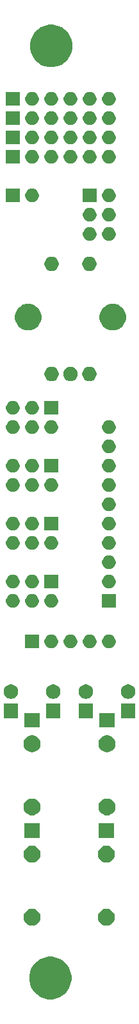
<source format=gbr>
G04 #@! TF.GenerationSoftware,KiCad,Pcbnew,(5.1.5-0-10_14)*
G04 #@! TF.CreationDate,2021-03-12T21:21:17+01:00*
G04 #@! TF.ProjectId,es_base,65735f62-6173-4652-9e6b-696361645f70,rev?*
G04 #@! TF.SameCoordinates,Original*
G04 #@! TF.FileFunction,Soldermask,Bot*
G04 #@! TF.FilePolarity,Negative*
%FSLAX46Y46*%
G04 Gerber Fmt 4.6, Leading zero omitted, Abs format (unit mm)*
G04 Created by KiCad (PCBNEW (5.1.5-0-10_14)) date 2021-03-12 21:21:17*
%MOMM*%
%LPD*%
G04 APERTURE LIST*
%ADD10C,0.100000*%
G04 APERTURE END LIST*
D10*
G36*
X125417021Y-157906640D02*
G01*
X125926769Y-158117785D01*
X125926771Y-158117786D01*
X126385534Y-158424321D01*
X126775679Y-158814466D01*
X127082214Y-159273229D01*
X127082215Y-159273231D01*
X127293360Y-159782979D01*
X127401000Y-160324124D01*
X127401000Y-160875876D01*
X127293360Y-161417021D01*
X127082215Y-161926769D01*
X127082214Y-161926771D01*
X126775679Y-162385534D01*
X126385534Y-162775679D01*
X125926771Y-163082214D01*
X125926770Y-163082215D01*
X125926769Y-163082215D01*
X125417021Y-163293360D01*
X124875876Y-163401000D01*
X124324124Y-163401000D01*
X123782979Y-163293360D01*
X123273231Y-163082215D01*
X123273230Y-163082215D01*
X123273229Y-163082214D01*
X122814466Y-162775679D01*
X122424321Y-162385534D01*
X122117786Y-161926771D01*
X122117785Y-161926769D01*
X121906640Y-161417021D01*
X121799000Y-160875876D01*
X121799000Y-160324124D01*
X121906640Y-159782979D01*
X122117785Y-159273231D01*
X122117786Y-159273229D01*
X122424321Y-158814466D01*
X122814466Y-158424321D01*
X123273229Y-158117786D01*
X123273231Y-158117785D01*
X123782979Y-157906640D01*
X124324124Y-157799000D01*
X124875876Y-157799000D01*
X125417021Y-157906640D01*
G37*
G36*
X122427655Y-151512591D02*
G01*
X122499525Y-151526887D01*
X122702624Y-151611013D01*
X122885409Y-151733146D01*
X123040854Y-151888591D01*
X123162987Y-152071376D01*
X123247113Y-152274475D01*
X123290000Y-152490084D01*
X123290000Y-152709916D01*
X123247113Y-152925525D01*
X123162987Y-153128624D01*
X123040854Y-153311409D01*
X122885409Y-153466854D01*
X122702624Y-153588987D01*
X122499525Y-153673113D01*
X122427655Y-153687409D01*
X122283918Y-153716000D01*
X122064082Y-153716000D01*
X121920345Y-153687409D01*
X121848475Y-153673113D01*
X121645376Y-153588987D01*
X121462591Y-153466854D01*
X121307146Y-153311409D01*
X121185013Y-153128624D01*
X121100887Y-152925525D01*
X121058000Y-152709916D01*
X121058000Y-152490084D01*
X121100887Y-152274475D01*
X121185013Y-152071376D01*
X121307146Y-151888591D01*
X121462591Y-151733146D01*
X121645376Y-151611013D01*
X121848475Y-151526887D01*
X121920345Y-151512591D01*
X122064082Y-151484000D01*
X122283918Y-151484000D01*
X122427655Y-151512591D01*
G37*
G36*
X132253655Y-151512591D02*
G01*
X132325525Y-151526887D01*
X132528624Y-151611013D01*
X132711409Y-151733146D01*
X132866854Y-151888591D01*
X132988987Y-152071376D01*
X133073113Y-152274475D01*
X133116000Y-152490084D01*
X133116000Y-152709916D01*
X133073113Y-152925525D01*
X132988987Y-153128624D01*
X132866854Y-153311409D01*
X132711409Y-153466854D01*
X132528624Y-153588987D01*
X132325525Y-153673113D01*
X132253655Y-153687409D01*
X132109918Y-153716000D01*
X131890082Y-153716000D01*
X131746345Y-153687409D01*
X131674475Y-153673113D01*
X131471376Y-153588987D01*
X131288591Y-153466854D01*
X131133146Y-153311409D01*
X131011013Y-153128624D01*
X130926887Y-152925525D01*
X130884000Y-152709916D01*
X130884000Y-152490084D01*
X130926887Y-152274475D01*
X131011013Y-152071376D01*
X131133146Y-151888591D01*
X131288591Y-151733146D01*
X131471376Y-151611013D01*
X131674475Y-151526887D01*
X131746345Y-151512591D01*
X131890082Y-151484000D01*
X132109918Y-151484000D01*
X132253655Y-151512591D01*
G37*
G36*
X132253655Y-143212591D02*
G01*
X132325525Y-143226887D01*
X132528624Y-143311013D01*
X132711409Y-143433146D01*
X132866854Y-143588591D01*
X132988987Y-143771376D01*
X133073113Y-143974475D01*
X133116000Y-144190084D01*
X133116000Y-144409916D01*
X133073113Y-144625525D01*
X132988987Y-144828624D01*
X132866854Y-145011409D01*
X132711409Y-145166854D01*
X132528624Y-145288987D01*
X132325525Y-145373113D01*
X132253655Y-145387409D01*
X132109918Y-145416000D01*
X131890082Y-145416000D01*
X131746345Y-145387409D01*
X131674475Y-145373113D01*
X131471376Y-145288987D01*
X131288591Y-145166854D01*
X131133146Y-145011409D01*
X131011013Y-144828624D01*
X130926887Y-144625525D01*
X130884000Y-144409916D01*
X130884000Y-144190084D01*
X130926887Y-143974475D01*
X131011013Y-143771376D01*
X131133146Y-143588591D01*
X131288591Y-143433146D01*
X131471376Y-143311013D01*
X131674475Y-143226887D01*
X131746345Y-143212591D01*
X131890082Y-143184000D01*
X132109918Y-143184000D01*
X132253655Y-143212591D01*
G37*
G36*
X122427655Y-143212591D02*
G01*
X122499525Y-143226887D01*
X122702624Y-143311013D01*
X122885409Y-143433146D01*
X123040854Y-143588591D01*
X123162987Y-143771376D01*
X123247113Y-143974475D01*
X123290000Y-144190084D01*
X123290000Y-144409916D01*
X123247113Y-144625525D01*
X123162987Y-144828624D01*
X123040854Y-145011409D01*
X122885409Y-145166854D01*
X122702624Y-145288987D01*
X122499525Y-145373113D01*
X122427655Y-145387409D01*
X122283918Y-145416000D01*
X122064082Y-145416000D01*
X121920345Y-145387409D01*
X121848475Y-145373113D01*
X121645376Y-145288987D01*
X121462591Y-145166854D01*
X121307146Y-145011409D01*
X121185013Y-144828624D01*
X121100887Y-144625525D01*
X121058000Y-144409916D01*
X121058000Y-144190084D01*
X121100887Y-143974475D01*
X121185013Y-143771376D01*
X121307146Y-143588591D01*
X121462591Y-143433146D01*
X121645376Y-143311013D01*
X121848475Y-143226887D01*
X121920345Y-143212591D01*
X122064082Y-143184000D01*
X122283918Y-143184000D01*
X122427655Y-143212591D01*
G37*
G36*
X133016000Y-142166000D02*
G01*
X130984000Y-142166000D01*
X130984000Y-140234000D01*
X133016000Y-140234000D01*
X133016000Y-142166000D01*
G37*
G36*
X123190000Y-142166000D02*
G01*
X121158000Y-142166000D01*
X121158000Y-140234000D01*
X123190000Y-140234000D01*
X123190000Y-142166000D01*
G37*
G36*
X132333655Y-137012591D02*
G01*
X132405525Y-137026887D01*
X132608624Y-137111013D01*
X132791409Y-137233146D01*
X132946854Y-137388591D01*
X133068987Y-137571376D01*
X133153113Y-137774475D01*
X133196000Y-137990084D01*
X133196000Y-138209916D01*
X133153113Y-138425525D01*
X133068987Y-138628624D01*
X132946854Y-138811409D01*
X132791409Y-138966854D01*
X132608624Y-139088987D01*
X132405525Y-139173113D01*
X132333655Y-139187409D01*
X132189918Y-139216000D01*
X131970082Y-139216000D01*
X131826345Y-139187409D01*
X131754475Y-139173113D01*
X131551376Y-139088987D01*
X131368591Y-138966854D01*
X131213146Y-138811409D01*
X131091013Y-138628624D01*
X131006887Y-138425525D01*
X130964000Y-138209916D01*
X130964000Y-137990084D01*
X131006887Y-137774475D01*
X131091013Y-137571376D01*
X131213146Y-137388591D01*
X131368591Y-137233146D01*
X131551376Y-137111013D01*
X131754475Y-137026887D01*
X131826345Y-137012591D01*
X131970082Y-136984000D01*
X132189918Y-136984000D01*
X132333655Y-137012591D01*
G37*
G36*
X122427655Y-137012591D02*
G01*
X122499525Y-137026887D01*
X122702624Y-137111013D01*
X122885409Y-137233146D01*
X123040854Y-137388591D01*
X123162987Y-137571376D01*
X123247113Y-137774475D01*
X123290000Y-137990084D01*
X123290000Y-138209916D01*
X123247113Y-138425525D01*
X123162987Y-138628624D01*
X123040854Y-138811409D01*
X122885409Y-138966854D01*
X122702624Y-139088987D01*
X122499525Y-139173113D01*
X122427655Y-139187409D01*
X122283918Y-139216000D01*
X122064082Y-139216000D01*
X121920345Y-139187409D01*
X121848475Y-139173113D01*
X121645376Y-139088987D01*
X121462591Y-138966854D01*
X121307146Y-138811409D01*
X121185013Y-138628624D01*
X121100887Y-138425525D01*
X121058000Y-138209916D01*
X121058000Y-137990084D01*
X121100887Y-137774475D01*
X121185013Y-137571376D01*
X121307146Y-137388591D01*
X121462591Y-137233146D01*
X121645376Y-137111013D01*
X121848475Y-137026887D01*
X121920345Y-137012591D01*
X122064082Y-136984000D01*
X122283918Y-136984000D01*
X122427655Y-137012591D01*
G37*
G36*
X122427655Y-128712591D02*
G01*
X122499525Y-128726887D01*
X122702624Y-128811013D01*
X122885409Y-128933146D01*
X123040854Y-129088591D01*
X123162987Y-129271376D01*
X123247113Y-129474475D01*
X123290000Y-129690084D01*
X123290000Y-129909916D01*
X123247113Y-130125525D01*
X123162987Y-130328624D01*
X123040854Y-130511409D01*
X122885409Y-130666854D01*
X122702624Y-130788987D01*
X122499525Y-130873113D01*
X122427655Y-130887409D01*
X122283918Y-130916000D01*
X122064082Y-130916000D01*
X121920345Y-130887409D01*
X121848475Y-130873113D01*
X121645376Y-130788987D01*
X121462591Y-130666854D01*
X121307146Y-130511409D01*
X121185013Y-130328624D01*
X121100887Y-130125525D01*
X121058000Y-129909916D01*
X121058000Y-129690084D01*
X121100887Y-129474475D01*
X121185013Y-129271376D01*
X121307146Y-129088591D01*
X121462591Y-128933146D01*
X121645376Y-128811013D01*
X121848475Y-128726887D01*
X121920345Y-128712591D01*
X122064082Y-128684000D01*
X122283918Y-128684000D01*
X122427655Y-128712591D01*
G37*
G36*
X132333655Y-128712591D02*
G01*
X132405525Y-128726887D01*
X132608624Y-128811013D01*
X132791409Y-128933146D01*
X132946854Y-129088591D01*
X133068987Y-129271376D01*
X133153113Y-129474475D01*
X133196000Y-129690084D01*
X133196000Y-129909916D01*
X133153113Y-130125525D01*
X133068987Y-130328624D01*
X132946854Y-130511409D01*
X132791409Y-130666854D01*
X132608624Y-130788987D01*
X132405525Y-130873113D01*
X132333655Y-130887409D01*
X132189918Y-130916000D01*
X131970082Y-130916000D01*
X131826345Y-130887409D01*
X131754475Y-130873113D01*
X131551376Y-130788987D01*
X131368591Y-130666854D01*
X131213146Y-130511409D01*
X131091013Y-130328624D01*
X131006887Y-130125525D01*
X130964000Y-129909916D01*
X130964000Y-129690084D01*
X131006887Y-129474475D01*
X131091013Y-129271376D01*
X131213146Y-129088591D01*
X131368591Y-128933146D01*
X131551376Y-128811013D01*
X131754475Y-128726887D01*
X131826345Y-128712591D01*
X131970082Y-128684000D01*
X132189918Y-128684000D01*
X132333655Y-128712591D01*
G37*
G36*
X123190000Y-127666000D02*
G01*
X121158000Y-127666000D01*
X121158000Y-125734000D01*
X123190000Y-125734000D01*
X123190000Y-127666000D01*
G37*
G36*
X133096000Y-127666000D02*
G01*
X131064000Y-127666000D01*
X131064000Y-125734000D01*
X133096000Y-125734000D01*
X133096000Y-127666000D01*
G37*
G36*
X135825000Y-126427000D02*
G01*
X133923000Y-126427000D01*
X133923000Y-124525000D01*
X135825000Y-124525000D01*
X135825000Y-126427000D01*
G37*
G36*
X130237000Y-126427000D02*
G01*
X128335000Y-126427000D01*
X128335000Y-124525000D01*
X130237000Y-124525000D01*
X130237000Y-126427000D01*
G37*
G36*
X125919000Y-126427000D02*
G01*
X124017000Y-126427000D01*
X124017000Y-124525000D01*
X125919000Y-124525000D01*
X125919000Y-126427000D01*
G37*
G36*
X120331000Y-126427000D02*
G01*
X118429000Y-126427000D01*
X118429000Y-124525000D01*
X120331000Y-124525000D01*
X120331000Y-126427000D01*
G37*
G36*
X125245395Y-122021546D02*
G01*
X125418466Y-122093234D01*
X125418467Y-122093235D01*
X125574227Y-122197310D01*
X125706690Y-122329773D01*
X125706691Y-122329775D01*
X125810766Y-122485534D01*
X125882454Y-122658605D01*
X125919000Y-122842333D01*
X125919000Y-123029667D01*
X125882454Y-123213395D01*
X125810766Y-123386466D01*
X125810765Y-123386467D01*
X125706690Y-123542227D01*
X125574227Y-123674690D01*
X125495818Y-123727081D01*
X125418466Y-123778766D01*
X125245395Y-123850454D01*
X125061667Y-123887000D01*
X124874333Y-123887000D01*
X124690605Y-123850454D01*
X124517534Y-123778766D01*
X124440182Y-123727081D01*
X124361773Y-123674690D01*
X124229310Y-123542227D01*
X124125235Y-123386467D01*
X124125234Y-123386466D01*
X124053546Y-123213395D01*
X124017000Y-123029667D01*
X124017000Y-122842333D01*
X124053546Y-122658605D01*
X124125234Y-122485534D01*
X124229309Y-122329775D01*
X124229310Y-122329773D01*
X124361773Y-122197310D01*
X124517533Y-122093235D01*
X124517534Y-122093234D01*
X124690605Y-122021546D01*
X124874333Y-121985000D01*
X125061667Y-121985000D01*
X125245395Y-122021546D01*
G37*
G36*
X119657395Y-122021546D02*
G01*
X119830466Y-122093234D01*
X119830467Y-122093235D01*
X119986227Y-122197310D01*
X120118690Y-122329773D01*
X120118691Y-122329775D01*
X120222766Y-122485534D01*
X120294454Y-122658605D01*
X120331000Y-122842333D01*
X120331000Y-123029667D01*
X120294454Y-123213395D01*
X120222766Y-123386466D01*
X120222765Y-123386467D01*
X120118690Y-123542227D01*
X119986227Y-123674690D01*
X119907818Y-123727081D01*
X119830466Y-123778766D01*
X119657395Y-123850454D01*
X119473667Y-123887000D01*
X119286333Y-123887000D01*
X119102605Y-123850454D01*
X118929534Y-123778766D01*
X118852182Y-123727081D01*
X118773773Y-123674690D01*
X118641310Y-123542227D01*
X118537235Y-123386467D01*
X118537234Y-123386466D01*
X118465546Y-123213395D01*
X118429000Y-123029667D01*
X118429000Y-122842333D01*
X118465546Y-122658605D01*
X118537234Y-122485534D01*
X118641309Y-122329775D01*
X118641310Y-122329773D01*
X118773773Y-122197310D01*
X118929533Y-122093235D01*
X118929534Y-122093234D01*
X119102605Y-122021546D01*
X119286333Y-121985000D01*
X119473667Y-121985000D01*
X119657395Y-122021546D01*
G37*
G36*
X135151395Y-122021546D02*
G01*
X135324466Y-122093234D01*
X135324467Y-122093235D01*
X135480227Y-122197310D01*
X135612690Y-122329773D01*
X135612691Y-122329775D01*
X135716766Y-122485534D01*
X135788454Y-122658605D01*
X135825000Y-122842333D01*
X135825000Y-123029667D01*
X135788454Y-123213395D01*
X135716766Y-123386466D01*
X135716765Y-123386467D01*
X135612690Y-123542227D01*
X135480227Y-123674690D01*
X135401818Y-123727081D01*
X135324466Y-123778766D01*
X135151395Y-123850454D01*
X134967667Y-123887000D01*
X134780333Y-123887000D01*
X134596605Y-123850454D01*
X134423534Y-123778766D01*
X134346182Y-123727081D01*
X134267773Y-123674690D01*
X134135310Y-123542227D01*
X134031235Y-123386467D01*
X134031234Y-123386466D01*
X133959546Y-123213395D01*
X133923000Y-123029667D01*
X133923000Y-122842333D01*
X133959546Y-122658605D01*
X134031234Y-122485534D01*
X134135309Y-122329775D01*
X134135310Y-122329773D01*
X134267773Y-122197310D01*
X134423533Y-122093235D01*
X134423534Y-122093234D01*
X134596605Y-122021546D01*
X134780333Y-121985000D01*
X134967667Y-121985000D01*
X135151395Y-122021546D01*
G37*
G36*
X129563395Y-122021546D02*
G01*
X129736466Y-122093234D01*
X129736467Y-122093235D01*
X129892227Y-122197310D01*
X130024690Y-122329773D01*
X130024691Y-122329775D01*
X130128766Y-122485534D01*
X130200454Y-122658605D01*
X130237000Y-122842333D01*
X130237000Y-123029667D01*
X130200454Y-123213395D01*
X130128766Y-123386466D01*
X130128765Y-123386467D01*
X130024690Y-123542227D01*
X129892227Y-123674690D01*
X129813818Y-123727081D01*
X129736466Y-123778766D01*
X129563395Y-123850454D01*
X129379667Y-123887000D01*
X129192333Y-123887000D01*
X129008605Y-123850454D01*
X128835534Y-123778766D01*
X128758182Y-123727081D01*
X128679773Y-123674690D01*
X128547310Y-123542227D01*
X128443235Y-123386467D01*
X128443234Y-123386466D01*
X128371546Y-123213395D01*
X128335000Y-123029667D01*
X128335000Y-122842333D01*
X128371546Y-122658605D01*
X128443234Y-122485534D01*
X128547309Y-122329775D01*
X128547310Y-122329773D01*
X128679773Y-122197310D01*
X128835533Y-122093235D01*
X128835534Y-122093234D01*
X129008605Y-122021546D01*
X129192333Y-121985000D01*
X129379667Y-121985000D01*
X129563395Y-122021546D01*
G37*
G36*
X132447512Y-115435927D02*
G01*
X132596812Y-115465624D01*
X132760784Y-115533544D01*
X132908354Y-115632147D01*
X133033853Y-115757646D01*
X133132456Y-115905216D01*
X133200376Y-116069188D01*
X133235000Y-116243259D01*
X133235000Y-116420741D01*
X133200376Y-116594812D01*
X133132456Y-116758784D01*
X133033853Y-116906354D01*
X132908354Y-117031853D01*
X132760784Y-117130456D01*
X132596812Y-117198376D01*
X132447512Y-117228073D01*
X132422742Y-117233000D01*
X132245258Y-117233000D01*
X132220488Y-117228073D01*
X132071188Y-117198376D01*
X131907216Y-117130456D01*
X131759646Y-117031853D01*
X131634147Y-116906354D01*
X131535544Y-116758784D01*
X131467624Y-116594812D01*
X131433000Y-116420741D01*
X131433000Y-116243259D01*
X131467624Y-116069188D01*
X131535544Y-115905216D01*
X131634147Y-115757646D01*
X131759646Y-115632147D01*
X131907216Y-115533544D01*
X132071188Y-115465624D01*
X132220488Y-115435927D01*
X132245258Y-115431000D01*
X132422742Y-115431000D01*
X132447512Y-115435927D01*
G37*
G36*
X129907512Y-115435927D02*
G01*
X130056812Y-115465624D01*
X130220784Y-115533544D01*
X130368354Y-115632147D01*
X130493853Y-115757646D01*
X130592456Y-115905216D01*
X130660376Y-116069188D01*
X130695000Y-116243259D01*
X130695000Y-116420741D01*
X130660376Y-116594812D01*
X130592456Y-116758784D01*
X130493853Y-116906354D01*
X130368354Y-117031853D01*
X130220784Y-117130456D01*
X130056812Y-117198376D01*
X129907512Y-117228073D01*
X129882742Y-117233000D01*
X129705258Y-117233000D01*
X129680488Y-117228073D01*
X129531188Y-117198376D01*
X129367216Y-117130456D01*
X129219646Y-117031853D01*
X129094147Y-116906354D01*
X128995544Y-116758784D01*
X128927624Y-116594812D01*
X128893000Y-116420741D01*
X128893000Y-116243259D01*
X128927624Y-116069188D01*
X128995544Y-115905216D01*
X129094147Y-115757646D01*
X129219646Y-115632147D01*
X129367216Y-115533544D01*
X129531188Y-115465624D01*
X129680488Y-115435927D01*
X129705258Y-115431000D01*
X129882742Y-115431000D01*
X129907512Y-115435927D01*
G37*
G36*
X127367512Y-115435927D02*
G01*
X127516812Y-115465624D01*
X127680784Y-115533544D01*
X127828354Y-115632147D01*
X127953853Y-115757646D01*
X128052456Y-115905216D01*
X128120376Y-116069188D01*
X128155000Y-116243259D01*
X128155000Y-116420741D01*
X128120376Y-116594812D01*
X128052456Y-116758784D01*
X127953853Y-116906354D01*
X127828354Y-117031853D01*
X127680784Y-117130456D01*
X127516812Y-117198376D01*
X127367512Y-117228073D01*
X127342742Y-117233000D01*
X127165258Y-117233000D01*
X127140488Y-117228073D01*
X126991188Y-117198376D01*
X126827216Y-117130456D01*
X126679646Y-117031853D01*
X126554147Y-116906354D01*
X126455544Y-116758784D01*
X126387624Y-116594812D01*
X126353000Y-116420741D01*
X126353000Y-116243259D01*
X126387624Y-116069188D01*
X126455544Y-115905216D01*
X126554147Y-115757646D01*
X126679646Y-115632147D01*
X126827216Y-115533544D01*
X126991188Y-115465624D01*
X127140488Y-115435927D01*
X127165258Y-115431000D01*
X127342742Y-115431000D01*
X127367512Y-115435927D01*
G37*
G36*
X124827512Y-115435927D02*
G01*
X124976812Y-115465624D01*
X125140784Y-115533544D01*
X125288354Y-115632147D01*
X125413853Y-115757646D01*
X125512456Y-115905216D01*
X125580376Y-116069188D01*
X125615000Y-116243259D01*
X125615000Y-116420741D01*
X125580376Y-116594812D01*
X125512456Y-116758784D01*
X125413853Y-116906354D01*
X125288354Y-117031853D01*
X125140784Y-117130456D01*
X124976812Y-117198376D01*
X124827512Y-117228073D01*
X124802742Y-117233000D01*
X124625258Y-117233000D01*
X124600488Y-117228073D01*
X124451188Y-117198376D01*
X124287216Y-117130456D01*
X124139646Y-117031853D01*
X124014147Y-116906354D01*
X123915544Y-116758784D01*
X123847624Y-116594812D01*
X123813000Y-116420741D01*
X123813000Y-116243259D01*
X123847624Y-116069188D01*
X123915544Y-115905216D01*
X124014147Y-115757646D01*
X124139646Y-115632147D01*
X124287216Y-115533544D01*
X124451188Y-115465624D01*
X124600488Y-115435927D01*
X124625258Y-115431000D01*
X124802742Y-115431000D01*
X124827512Y-115435927D01*
G37*
G36*
X123075000Y-117233000D02*
G01*
X121273000Y-117233000D01*
X121273000Y-115431000D01*
X123075000Y-115431000D01*
X123075000Y-117233000D01*
G37*
G36*
X133235000Y-111899000D02*
G01*
X131433000Y-111899000D01*
X131433000Y-110097000D01*
X133235000Y-110097000D01*
X133235000Y-111899000D01*
G37*
G36*
X119747512Y-110101927D02*
G01*
X119896812Y-110131624D01*
X120060784Y-110199544D01*
X120208354Y-110298147D01*
X120333853Y-110423646D01*
X120432456Y-110571216D01*
X120500376Y-110735188D01*
X120535000Y-110909259D01*
X120535000Y-111086741D01*
X120500376Y-111260812D01*
X120432456Y-111424784D01*
X120333853Y-111572354D01*
X120208354Y-111697853D01*
X120060784Y-111796456D01*
X119896812Y-111864376D01*
X119747512Y-111894073D01*
X119722742Y-111899000D01*
X119545258Y-111899000D01*
X119520488Y-111894073D01*
X119371188Y-111864376D01*
X119207216Y-111796456D01*
X119059646Y-111697853D01*
X118934147Y-111572354D01*
X118835544Y-111424784D01*
X118767624Y-111260812D01*
X118733000Y-111086741D01*
X118733000Y-110909259D01*
X118767624Y-110735188D01*
X118835544Y-110571216D01*
X118934147Y-110423646D01*
X119059646Y-110298147D01*
X119207216Y-110199544D01*
X119371188Y-110131624D01*
X119520488Y-110101927D01*
X119545258Y-110097000D01*
X119722742Y-110097000D01*
X119747512Y-110101927D01*
G37*
G36*
X122287512Y-110101927D02*
G01*
X122436812Y-110131624D01*
X122600784Y-110199544D01*
X122748354Y-110298147D01*
X122873853Y-110423646D01*
X122972456Y-110571216D01*
X123040376Y-110735188D01*
X123075000Y-110909259D01*
X123075000Y-111086741D01*
X123040376Y-111260812D01*
X122972456Y-111424784D01*
X122873853Y-111572354D01*
X122748354Y-111697853D01*
X122600784Y-111796456D01*
X122436812Y-111864376D01*
X122287512Y-111894073D01*
X122262742Y-111899000D01*
X122085258Y-111899000D01*
X122060488Y-111894073D01*
X121911188Y-111864376D01*
X121747216Y-111796456D01*
X121599646Y-111697853D01*
X121474147Y-111572354D01*
X121375544Y-111424784D01*
X121307624Y-111260812D01*
X121273000Y-111086741D01*
X121273000Y-110909259D01*
X121307624Y-110735188D01*
X121375544Y-110571216D01*
X121474147Y-110423646D01*
X121599646Y-110298147D01*
X121747216Y-110199544D01*
X121911188Y-110131624D01*
X122060488Y-110101927D01*
X122085258Y-110097000D01*
X122262742Y-110097000D01*
X122287512Y-110101927D01*
G37*
G36*
X124827512Y-110101927D02*
G01*
X124976812Y-110131624D01*
X125140784Y-110199544D01*
X125288354Y-110298147D01*
X125413853Y-110423646D01*
X125512456Y-110571216D01*
X125580376Y-110735188D01*
X125615000Y-110909259D01*
X125615000Y-111086741D01*
X125580376Y-111260812D01*
X125512456Y-111424784D01*
X125413853Y-111572354D01*
X125288354Y-111697853D01*
X125140784Y-111796456D01*
X124976812Y-111864376D01*
X124827512Y-111894073D01*
X124802742Y-111899000D01*
X124625258Y-111899000D01*
X124600488Y-111894073D01*
X124451188Y-111864376D01*
X124287216Y-111796456D01*
X124139646Y-111697853D01*
X124014147Y-111572354D01*
X123915544Y-111424784D01*
X123847624Y-111260812D01*
X123813000Y-111086741D01*
X123813000Y-110909259D01*
X123847624Y-110735188D01*
X123915544Y-110571216D01*
X124014147Y-110423646D01*
X124139646Y-110298147D01*
X124287216Y-110199544D01*
X124451188Y-110131624D01*
X124600488Y-110101927D01*
X124625258Y-110097000D01*
X124802742Y-110097000D01*
X124827512Y-110101927D01*
G37*
G36*
X125615000Y-109359000D02*
G01*
X123813000Y-109359000D01*
X123813000Y-107557000D01*
X125615000Y-107557000D01*
X125615000Y-109359000D01*
G37*
G36*
X132447512Y-107561927D02*
G01*
X132596812Y-107591624D01*
X132760784Y-107659544D01*
X132908354Y-107758147D01*
X133033853Y-107883646D01*
X133132456Y-108031216D01*
X133200376Y-108195188D01*
X133235000Y-108369259D01*
X133235000Y-108546741D01*
X133200376Y-108720812D01*
X133132456Y-108884784D01*
X133033853Y-109032354D01*
X132908354Y-109157853D01*
X132760784Y-109256456D01*
X132596812Y-109324376D01*
X132447512Y-109354073D01*
X132422742Y-109359000D01*
X132245258Y-109359000D01*
X132220488Y-109354073D01*
X132071188Y-109324376D01*
X131907216Y-109256456D01*
X131759646Y-109157853D01*
X131634147Y-109032354D01*
X131535544Y-108884784D01*
X131467624Y-108720812D01*
X131433000Y-108546741D01*
X131433000Y-108369259D01*
X131467624Y-108195188D01*
X131535544Y-108031216D01*
X131634147Y-107883646D01*
X131759646Y-107758147D01*
X131907216Y-107659544D01*
X132071188Y-107591624D01*
X132220488Y-107561927D01*
X132245258Y-107557000D01*
X132422742Y-107557000D01*
X132447512Y-107561927D01*
G37*
G36*
X119747512Y-107561927D02*
G01*
X119896812Y-107591624D01*
X120060784Y-107659544D01*
X120208354Y-107758147D01*
X120333853Y-107883646D01*
X120432456Y-108031216D01*
X120500376Y-108195188D01*
X120535000Y-108369259D01*
X120535000Y-108546741D01*
X120500376Y-108720812D01*
X120432456Y-108884784D01*
X120333853Y-109032354D01*
X120208354Y-109157853D01*
X120060784Y-109256456D01*
X119896812Y-109324376D01*
X119747512Y-109354073D01*
X119722742Y-109359000D01*
X119545258Y-109359000D01*
X119520488Y-109354073D01*
X119371188Y-109324376D01*
X119207216Y-109256456D01*
X119059646Y-109157853D01*
X118934147Y-109032354D01*
X118835544Y-108884784D01*
X118767624Y-108720812D01*
X118733000Y-108546741D01*
X118733000Y-108369259D01*
X118767624Y-108195188D01*
X118835544Y-108031216D01*
X118934147Y-107883646D01*
X119059646Y-107758147D01*
X119207216Y-107659544D01*
X119371188Y-107591624D01*
X119520488Y-107561927D01*
X119545258Y-107557000D01*
X119722742Y-107557000D01*
X119747512Y-107561927D01*
G37*
G36*
X122287512Y-107561927D02*
G01*
X122436812Y-107591624D01*
X122600784Y-107659544D01*
X122748354Y-107758147D01*
X122873853Y-107883646D01*
X122972456Y-108031216D01*
X123040376Y-108195188D01*
X123075000Y-108369259D01*
X123075000Y-108546741D01*
X123040376Y-108720812D01*
X122972456Y-108884784D01*
X122873853Y-109032354D01*
X122748354Y-109157853D01*
X122600784Y-109256456D01*
X122436812Y-109324376D01*
X122287512Y-109354073D01*
X122262742Y-109359000D01*
X122085258Y-109359000D01*
X122060488Y-109354073D01*
X121911188Y-109324376D01*
X121747216Y-109256456D01*
X121599646Y-109157853D01*
X121474147Y-109032354D01*
X121375544Y-108884784D01*
X121307624Y-108720812D01*
X121273000Y-108546741D01*
X121273000Y-108369259D01*
X121307624Y-108195188D01*
X121375544Y-108031216D01*
X121474147Y-107883646D01*
X121599646Y-107758147D01*
X121747216Y-107659544D01*
X121911188Y-107591624D01*
X122060488Y-107561927D01*
X122085258Y-107557000D01*
X122262742Y-107557000D01*
X122287512Y-107561927D01*
G37*
G36*
X132447512Y-105021927D02*
G01*
X132596812Y-105051624D01*
X132760784Y-105119544D01*
X132908354Y-105218147D01*
X133033853Y-105343646D01*
X133132456Y-105491216D01*
X133200376Y-105655188D01*
X133235000Y-105829259D01*
X133235000Y-106006741D01*
X133200376Y-106180812D01*
X133132456Y-106344784D01*
X133033853Y-106492354D01*
X132908354Y-106617853D01*
X132760784Y-106716456D01*
X132596812Y-106784376D01*
X132447512Y-106814073D01*
X132422742Y-106819000D01*
X132245258Y-106819000D01*
X132220488Y-106814073D01*
X132071188Y-106784376D01*
X131907216Y-106716456D01*
X131759646Y-106617853D01*
X131634147Y-106492354D01*
X131535544Y-106344784D01*
X131467624Y-106180812D01*
X131433000Y-106006741D01*
X131433000Y-105829259D01*
X131467624Y-105655188D01*
X131535544Y-105491216D01*
X131634147Y-105343646D01*
X131759646Y-105218147D01*
X131907216Y-105119544D01*
X132071188Y-105051624D01*
X132220488Y-105021927D01*
X132245258Y-105017000D01*
X132422742Y-105017000D01*
X132447512Y-105021927D01*
G37*
G36*
X132447512Y-102481927D02*
G01*
X132596812Y-102511624D01*
X132760784Y-102579544D01*
X132908354Y-102678147D01*
X133033853Y-102803646D01*
X133132456Y-102951216D01*
X133200376Y-103115188D01*
X133235000Y-103289259D01*
X133235000Y-103466741D01*
X133200376Y-103640812D01*
X133132456Y-103804784D01*
X133033853Y-103952354D01*
X132908354Y-104077853D01*
X132760784Y-104176456D01*
X132596812Y-104244376D01*
X132447512Y-104274073D01*
X132422742Y-104279000D01*
X132245258Y-104279000D01*
X132220488Y-104274073D01*
X132071188Y-104244376D01*
X131907216Y-104176456D01*
X131759646Y-104077853D01*
X131634147Y-103952354D01*
X131535544Y-103804784D01*
X131467624Y-103640812D01*
X131433000Y-103466741D01*
X131433000Y-103289259D01*
X131467624Y-103115188D01*
X131535544Y-102951216D01*
X131634147Y-102803646D01*
X131759646Y-102678147D01*
X131907216Y-102579544D01*
X132071188Y-102511624D01*
X132220488Y-102481927D01*
X132245258Y-102477000D01*
X132422742Y-102477000D01*
X132447512Y-102481927D01*
G37*
G36*
X124827512Y-102481927D02*
G01*
X124976812Y-102511624D01*
X125140784Y-102579544D01*
X125288354Y-102678147D01*
X125413853Y-102803646D01*
X125512456Y-102951216D01*
X125580376Y-103115188D01*
X125615000Y-103289259D01*
X125615000Y-103466741D01*
X125580376Y-103640812D01*
X125512456Y-103804784D01*
X125413853Y-103952354D01*
X125288354Y-104077853D01*
X125140784Y-104176456D01*
X124976812Y-104244376D01*
X124827512Y-104274073D01*
X124802742Y-104279000D01*
X124625258Y-104279000D01*
X124600488Y-104274073D01*
X124451188Y-104244376D01*
X124287216Y-104176456D01*
X124139646Y-104077853D01*
X124014147Y-103952354D01*
X123915544Y-103804784D01*
X123847624Y-103640812D01*
X123813000Y-103466741D01*
X123813000Y-103289259D01*
X123847624Y-103115188D01*
X123915544Y-102951216D01*
X124014147Y-102803646D01*
X124139646Y-102678147D01*
X124287216Y-102579544D01*
X124451188Y-102511624D01*
X124600488Y-102481927D01*
X124625258Y-102477000D01*
X124802742Y-102477000D01*
X124827512Y-102481927D01*
G37*
G36*
X122287512Y-102481927D02*
G01*
X122436812Y-102511624D01*
X122600784Y-102579544D01*
X122748354Y-102678147D01*
X122873853Y-102803646D01*
X122972456Y-102951216D01*
X123040376Y-103115188D01*
X123075000Y-103289259D01*
X123075000Y-103466741D01*
X123040376Y-103640812D01*
X122972456Y-103804784D01*
X122873853Y-103952354D01*
X122748354Y-104077853D01*
X122600784Y-104176456D01*
X122436812Y-104244376D01*
X122287512Y-104274073D01*
X122262742Y-104279000D01*
X122085258Y-104279000D01*
X122060488Y-104274073D01*
X121911188Y-104244376D01*
X121747216Y-104176456D01*
X121599646Y-104077853D01*
X121474147Y-103952354D01*
X121375544Y-103804784D01*
X121307624Y-103640812D01*
X121273000Y-103466741D01*
X121273000Y-103289259D01*
X121307624Y-103115188D01*
X121375544Y-102951216D01*
X121474147Y-102803646D01*
X121599646Y-102678147D01*
X121747216Y-102579544D01*
X121911188Y-102511624D01*
X122060488Y-102481927D01*
X122085258Y-102477000D01*
X122262742Y-102477000D01*
X122287512Y-102481927D01*
G37*
G36*
X119747512Y-102481927D02*
G01*
X119896812Y-102511624D01*
X120060784Y-102579544D01*
X120208354Y-102678147D01*
X120333853Y-102803646D01*
X120432456Y-102951216D01*
X120500376Y-103115188D01*
X120535000Y-103289259D01*
X120535000Y-103466741D01*
X120500376Y-103640812D01*
X120432456Y-103804784D01*
X120333853Y-103952354D01*
X120208354Y-104077853D01*
X120060784Y-104176456D01*
X119896812Y-104244376D01*
X119747512Y-104274073D01*
X119722742Y-104279000D01*
X119545258Y-104279000D01*
X119520488Y-104274073D01*
X119371188Y-104244376D01*
X119207216Y-104176456D01*
X119059646Y-104077853D01*
X118934147Y-103952354D01*
X118835544Y-103804784D01*
X118767624Y-103640812D01*
X118733000Y-103466741D01*
X118733000Y-103289259D01*
X118767624Y-103115188D01*
X118835544Y-102951216D01*
X118934147Y-102803646D01*
X119059646Y-102678147D01*
X119207216Y-102579544D01*
X119371188Y-102511624D01*
X119520488Y-102481927D01*
X119545258Y-102477000D01*
X119722742Y-102477000D01*
X119747512Y-102481927D01*
G37*
G36*
X132447512Y-99941927D02*
G01*
X132596812Y-99971624D01*
X132760784Y-100039544D01*
X132908354Y-100138147D01*
X133033853Y-100263646D01*
X133132456Y-100411216D01*
X133200376Y-100575188D01*
X133235000Y-100749259D01*
X133235000Y-100926741D01*
X133200376Y-101100812D01*
X133132456Y-101264784D01*
X133033853Y-101412354D01*
X132908354Y-101537853D01*
X132760784Y-101636456D01*
X132596812Y-101704376D01*
X132447512Y-101734073D01*
X132422742Y-101739000D01*
X132245258Y-101739000D01*
X132220488Y-101734073D01*
X132071188Y-101704376D01*
X131907216Y-101636456D01*
X131759646Y-101537853D01*
X131634147Y-101412354D01*
X131535544Y-101264784D01*
X131467624Y-101100812D01*
X131433000Y-100926741D01*
X131433000Y-100749259D01*
X131467624Y-100575188D01*
X131535544Y-100411216D01*
X131634147Y-100263646D01*
X131759646Y-100138147D01*
X131907216Y-100039544D01*
X132071188Y-99971624D01*
X132220488Y-99941927D01*
X132245258Y-99937000D01*
X132422742Y-99937000D01*
X132447512Y-99941927D01*
G37*
G36*
X119747512Y-99941927D02*
G01*
X119896812Y-99971624D01*
X120060784Y-100039544D01*
X120208354Y-100138147D01*
X120333853Y-100263646D01*
X120432456Y-100411216D01*
X120500376Y-100575188D01*
X120535000Y-100749259D01*
X120535000Y-100926741D01*
X120500376Y-101100812D01*
X120432456Y-101264784D01*
X120333853Y-101412354D01*
X120208354Y-101537853D01*
X120060784Y-101636456D01*
X119896812Y-101704376D01*
X119747512Y-101734073D01*
X119722742Y-101739000D01*
X119545258Y-101739000D01*
X119520488Y-101734073D01*
X119371188Y-101704376D01*
X119207216Y-101636456D01*
X119059646Y-101537853D01*
X118934147Y-101412354D01*
X118835544Y-101264784D01*
X118767624Y-101100812D01*
X118733000Y-100926741D01*
X118733000Y-100749259D01*
X118767624Y-100575188D01*
X118835544Y-100411216D01*
X118934147Y-100263646D01*
X119059646Y-100138147D01*
X119207216Y-100039544D01*
X119371188Y-99971624D01*
X119520488Y-99941927D01*
X119545258Y-99937000D01*
X119722742Y-99937000D01*
X119747512Y-99941927D01*
G37*
G36*
X122287512Y-99941927D02*
G01*
X122436812Y-99971624D01*
X122600784Y-100039544D01*
X122748354Y-100138147D01*
X122873853Y-100263646D01*
X122972456Y-100411216D01*
X123040376Y-100575188D01*
X123075000Y-100749259D01*
X123075000Y-100926741D01*
X123040376Y-101100812D01*
X122972456Y-101264784D01*
X122873853Y-101412354D01*
X122748354Y-101537853D01*
X122600784Y-101636456D01*
X122436812Y-101704376D01*
X122287512Y-101734073D01*
X122262742Y-101739000D01*
X122085258Y-101739000D01*
X122060488Y-101734073D01*
X121911188Y-101704376D01*
X121747216Y-101636456D01*
X121599646Y-101537853D01*
X121474147Y-101412354D01*
X121375544Y-101264784D01*
X121307624Y-101100812D01*
X121273000Y-100926741D01*
X121273000Y-100749259D01*
X121307624Y-100575188D01*
X121375544Y-100411216D01*
X121474147Y-100263646D01*
X121599646Y-100138147D01*
X121747216Y-100039544D01*
X121911188Y-99971624D01*
X122060488Y-99941927D01*
X122085258Y-99937000D01*
X122262742Y-99937000D01*
X122287512Y-99941927D01*
G37*
G36*
X125615000Y-101739000D02*
G01*
X123813000Y-101739000D01*
X123813000Y-99937000D01*
X125615000Y-99937000D01*
X125615000Y-101739000D01*
G37*
G36*
X132447512Y-97401927D02*
G01*
X132596812Y-97431624D01*
X132760784Y-97499544D01*
X132908354Y-97598147D01*
X133033853Y-97723646D01*
X133132456Y-97871216D01*
X133200376Y-98035188D01*
X133235000Y-98209259D01*
X133235000Y-98386741D01*
X133200376Y-98560812D01*
X133132456Y-98724784D01*
X133033853Y-98872354D01*
X132908354Y-98997853D01*
X132760784Y-99096456D01*
X132596812Y-99164376D01*
X132447512Y-99194073D01*
X132422742Y-99199000D01*
X132245258Y-99199000D01*
X132220488Y-99194073D01*
X132071188Y-99164376D01*
X131907216Y-99096456D01*
X131759646Y-98997853D01*
X131634147Y-98872354D01*
X131535544Y-98724784D01*
X131467624Y-98560812D01*
X131433000Y-98386741D01*
X131433000Y-98209259D01*
X131467624Y-98035188D01*
X131535544Y-97871216D01*
X131634147Y-97723646D01*
X131759646Y-97598147D01*
X131907216Y-97499544D01*
X132071188Y-97431624D01*
X132220488Y-97401927D01*
X132245258Y-97397000D01*
X132422742Y-97397000D01*
X132447512Y-97401927D01*
G37*
G36*
X124827512Y-94861927D02*
G01*
X124976812Y-94891624D01*
X125140784Y-94959544D01*
X125288354Y-95058147D01*
X125413853Y-95183646D01*
X125512456Y-95331216D01*
X125580376Y-95495188D01*
X125615000Y-95669259D01*
X125615000Y-95846741D01*
X125580376Y-96020812D01*
X125512456Y-96184784D01*
X125413853Y-96332354D01*
X125288354Y-96457853D01*
X125140784Y-96556456D01*
X124976812Y-96624376D01*
X124827512Y-96654073D01*
X124802742Y-96659000D01*
X124625258Y-96659000D01*
X124600488Y-96654073D01*
X124451188Y-96624376D01*
X124287216Y-96556456D01*
X124139646Y-96457853D01*
X124014147Y-96332354D01*
X123915544Y-96184784D01*
X123847624Y-96020812D01*
X123813000Y-95846741D01*
X123813000Y-95669259D01*
X123847624Y-95495188D01*
X123915544Y-95331216D01*
X124014147Y-95183646D01*
X124139646Y-95058147D01*
X124287216Y-94959544D01*
X124451188Y-94891624D01*
X124600488Y-94861927D01*
X124625258Y-94857000D01*
X124802742Y-94857000D01*
X124827512Y-94861927D01*
G37*
G36*
X119747512Y-94861927D02*
G01*
X119896812Y-94891624D01*
X120060784Y-94959544D01*
X120208354Y-95058147D01*
X120333853Y-95183646D01*
X120432456Y-95331216D01*
X120500376Y-95495188D01*
X120535000Y-95669259D01*
X120535000Y-95846741D01*
X120500376Y-96020812D01*
X120432456Y-96184784D01*
X120333853Y-96332354D01*
X120208354Y-96457853D01*
X120060784Y-96556456D01*
X119896812Y-96624376D01*
X119747512Y-96654073D01*
X119722742Y-96659000D01*
X119545258Y-96659000D01*
X119520488Y-96654073D01*
X119371188Y-96624376D01*
X119207216Y-96556456D01*
X119059646Y-96457853D01*
X118934147Y-96332354D01*
X118835544Y-96184784D01*
X118767624Y-96020812D01*
X118733000Y-95846741D01*
X118733000Y-95669259D01*
X118767624Y-95495188D01*
X118835544Y-95331216D01*
X118934147Y-95183646D01*
X119059646Y-95058147D01*
X119207216Y-94959544D01*
X119371188Y-94891624D01*
X119520488Y-94861927D01*
X119545258Y-94857000D01*
X119722742Y-94857000D01*
X119747512Y-94861927D01*
G37*
G36*
X132447512Y-94861927D02*
G01*
X132596812Y-94891624D01*
X132760784Y-94959544D01*
X132908354Y-95058147D01*
X133033853Y-95183646D01*
X133132456Y-95331216D01*
X133200376Y-95495188D01*
X133235000Y-95669259D01*
X133235000Y-95846741D01*
X133200376Y-96020812D01*
X133132456Y-96184784D01*
X133033853Y-96332354D01*
X132908354Y-96457853D01*
X132760784Y-96556456D01*
X132596812Y-96624376D01*
X132447512Y-96654073D01*
X132422742Y-96659000D01*
X132245258Y-96659000D01*
X132220488Y-96654073D01*
X132071188Y-96624376D01*
X131907216Y-96556456D01*
X131759646Y-96457853D01*
X131634147Y-96332354D01*
X131535544Y-96184784D01*
X131467624Y-96020812D01*
X131433000Y-95846741D01*
X131433000Y-95669259D01*
X131467624Y-95495188D01*
X131535544Y-95331216D01*
X131634147Y-95183646D01*
X131759646Y-95058147D01*
X131907216Y-94959544D01*
X132071188Y-94891624D01*
X132220488Y-94861927D01*
X132245258Y-94857000D01*
X132422742Y-94857000D01*
X132447512Y-94861927D01*
G37*
G36*
X122287512Y-94861927D02*
G01*
X122436812Y-94891624D01*
X122600784Y-94959544D01*
X122748354Y-95058147D01*
X122873853Y-95183646D01*
X122972456Y-95331216D01*
X123040376Y-95495188D01*
X123075000Y-95669259D01*
X123075000Y-95846741D01*
X123040376Y-96020812D01*
X122972456Y-96184784D01*
X122873853Y-96332354D01*
X122748354Y-96457853D01*
X122600784Y-96556456D01*
X122436812Y-96624376D01*
X122287512Y-96654073D01*
X122262742Y-96659000D01*
X122085258Y-96659000D01*
X122060488Y-96654073D01*
X121911188Y-96624376D01*
X121747216Y-96556456D01*
X121599646Y-96457853D01*
X121474147Y-96332354D01*
X121375544Y-96184784D01*
X121307624Y-96020812D01*
X121273000Y-95846741D01*
X121273000Y-95669259D01*
X121307624Y-95495188D01*
X121375544Y-95331216D01*
X121474147Y-95183646D01*
X121599646Y-95058147D01*
X121747216Y-94959544D01*
X121911188Y-94891624D01*
X122060488Y-94861927D01*
X122085258Y-94857000D01*
X122262742Y-94857000D01*
X122287512Y-94861927D01*
G37*
G36*
X122287512Y-92321927D02*
G01*
X122436812Y-92351624D01*
X122600784Y-92419544D01*
X122748354Y-92518147D01*
X122873853Y-92643646D01*
X122972456Y-92791216D01*
X123040376Y-92955188D01*
X123075000Y-93129259D01*
X123075000Y-93306741D01*
X123040376Y-93480812D01*
X122972456Y-93644784D01*
X122873853Y-93792354D01*
X122748354Y-93917853D01*
X122600784Y-94016456D01*
X122436812Y-94084376D01*
X122287512Y-94114073D01*
X122262742Y-94119000D01*
X122085258Y-94119000D01*
X122060488Y-94114073D01*
X121911188Y-94084376D01*
X121747216Y-94016456D01*
X121599646Y-93917853D01*
X121474147Y-93792354D01*
X121375544Y-93644784D01*
X121307624Y-93480812D01*
X121273000Y-93306741D01*
X121273000Y-93129259D01*
X121307624Y-92955188D01*
X121375544Y-92791216D01*
X121474147Y-92643646D01*
X121599646Y-92518147D01*
X121747216Y-92419544D01*
X121911188Y-92351624D01*
X122060488Y-92321927D01*
X122085258Y-92317000D01*
X122262742Y-92317000D01*
X122287512Y-92321927D01*
G37*
G36*
X119747512Y-92321927D02*
G01*
X119896812Y-92351624D01*
X120060784Y-92419544D01*
X120208354Y-92518147D01*
X120333853Y-92643646D01*
X120432456Y-92791216D01*
X120500376Y-92955188D01*
X120535000Y-93129259D01*
X120535000Y-93306741D01*
X120500376Y-93480812D01*
X120432456Y-93644784D01*
X120333853Y-93792354D01*
X120208354Y-93917853D01*
X120060784Y-94016456D01*
X119896812Y-94084376D01*
X119747512Y-94114073D01*
X119722742Y-94119000D01*
X119545258Y-94119000D01*
X119520488Y-94114073D01*
X119371188Y-94084376D01*
X119207216Y-94016456D01*
X119059646Y-93917853D01*
X118934147Y-93792354D01*
X118835544Y-93644784D01*
X118767624Y-93480812D01*
X118733000Y-93306741D01*
X118733000Y-93129259D01*
X118767624Y-92955188D01*
X118835544Y-92791216D01*
X118934147Y-92643646D01*
X119059646Y-92518147D01*
X119207216Y-92419544D01*
X119371188Y-92351624D01*
X119520488Y-92321927D01*
X119545258Y-92317000D01*
X119722742Y-92317000D01*
X119747512Y-92321927D01*
G37*
G36*
X125615000Y-94119000D02*
G01*
X123813000Y-94119000D01*
X123813000Y-92317000D01*
X125615000Y-92317000D01*
X125615000Y-94119000D01*
G37*
G36*
X132447512Y-92321927D02*
G01*
X132596812Y-92351624D01*
X132760784Y-92419544D01*
X132908354Y-92518147D01*
X133033853Y-92643646D01*
X133132456Y-92791216D01*
X133200376Y-92955188D01*
X133235000Y-93129259D01*
X133235000Y-93306741D01*
X133200376Y-93480812D01*
X133132456Y-93644784D01*
X133033853Y-93792354D01*
X132908354Y-93917853D01*
X132760784Y-94016456D01*
X132596812Y-94084376D01*
X132447512Y-94114073D01*
X132422742Y-94119000D01*
X132245258Y-94119000D01*
X132220488Y-94114073D01*
X132071188Y-94084376D01*
X131907216Y-94016456D01*
X131759646Y-93917853D01*
X131634147Y-93792354D01*
X131535544Y-93644784D01*
X131467624Y-93480812D01*
X131433000Y-93306741D01*
X131433000Y-93129259D01*
X131467624Y-92955188D01*
X131535544Y-92791216D01*
X131634147Y-92643646D01*
X131759646Y-92518147D01*
X131907216Y-92419544D01*
X132071188Y-92351624D01*
X132220488Y-92321927D01*
X132245258Y-92317000D01*
X132422742Y-92317000D01*
X132447512Y-92321927D01*
G37*
G36*
X132447512Y-89781927D02*
G01*
X132596812Y-89811624D01*
X132760784Y-89879544D01*
X132908354Y-89978147D01*
X133033853Y-90103646D01*
X133132456Y-90251216D01*
X133200376Y-90415188D01*
X133235000Y-90589259D01*
X133235000Y-90766741D01*
X133200376Y-90940812D01*
X133132456Y-91104784D01*
X133033853Y-91252354D01*
X132908354Y-91377853D01*
X132760784Y-91476456D01*
X132596812Y-91544376D01*
X132447512Y-91574073D01*
X132422742Y-91579000D01*
X132245258Y-91579000D01*
X132220488Y-91574073D01*
X132071188Y-91544376D01*
X131907216Y-91476456D01*
X131759646Y-91377853D01*
X131634147Y-91252354D01*
X131535544Y-91104784D01*
X131467624Y-90940812D01*
X131433000Y-90766741D01*
X131433000Y-90589259D01*
X131467624Y-90415188D01*
X131535544Y-90251216D01*
X131634147Y-90103646D01*
X131759646Y-89978147D01*
X131907216Y-89879544D01*
X132071188Y-89811624D01*
X132220488Y-89781927D01*
X132245258Y-89777000D01*
X132422742Y-89777000D01*
X132447512Y-89781927D01*
G37*
G36*
X132447512Y-87241927D02*
G01*
X132596812Y-87271624D01*
X132760784Y-87339544D01*
X132908354Y-87438147D01*
X133033853Y-87563646D01*
X133132456Y-87711216D01*
X133200376Y-87875188D01*
X133235000Y-88049259D01*
X133235000Y-88226741D01*
X133200376Y-88400812D01*
X133132456Y-88564784D01*
X133033853Y-88712354D01*
X132908354Y-88837853D01*
X132760784Y-88936456D01*
X132596812Y-89004376D01*
X132447512Y-89034073D01*
X132422742Y-89039000D01*
X132245258Y-89039000D01*
X132220488Y-89034073D01*
X132071188Y-89004376D01*
X131907216Y-88936456D01*
X131759646Y-88837853D01*
X131634147Y-88712354D01*
X131535544Y-88564784D01*
X131467624Y-88400812D01*
X131433000Y-88226741D01*
X131433000Y-88049259D01*
X131467624Y-87875188D01*
X131535544Y-87711216D01*
X131634147Y-87563646D01*
X131759646Y-87438147D01*
X131907216Y-87339544D01*
X132071188Y-87271624D01*
X132220488Y-87241927D01*
X132245258Y-87237000D01*
X132422742Y-87237000D01*
X132447512Y-87241927D01*
G37*
G36*
X119747512Y-87241927D02*
G01*
X119896812Y-87271624D01*
X120060784Y-87339544D01*
X120208354Y-87438147D01*
X120333853Y-87563646D01*
X120432456Y-87711216D01*
X120500376Y-87875188D01*
X120535000Y-88049259D01*
X120535000Y-88226741D01*
X120500376Y-88400812D01*
X120432456Y-88564784D01*
X120333853Y-88712354D01*
X120208354Y-88837853D01*
X120060784Y-88936456D01*
X119896812Y-89004376D01*
X119747512Y-89034073D01*
X119722742Y-89039000D01*
X119545258Y-89039000D01*
X119520488Y-89034073D01*
X119371188Y-89004376D01*
X119207216Y-88936456D01*
X119059646Y-88837853D01*
X118934147Y-88712354D01*
X118835544Y-88564784D01*
X118767624Y-88400812D01*
X118733000Y-88226741D01*
X118733000Y-88049259D01*
X118767624Y-87875188D01*
X118835544Y-87711216D01*
X118934147Y-87563646D01*
X119059646Y-87438147D01*
X119207216Y-87339544D01*
X119371188Y-87271624D01*
X119520488Y-87241927D01*
X119545258Y-87237000D01*
X119722742Y-87237000D01*
X119747512Y-87241927D01*
G37*
G36*
X122287512Y-87241927D02*
G01*
X122436812Y-87271624D01*
X122600784Y-87339544D01*
X122748354Y-87438147D01*
X122873853Y-87563646D01*
X122972456Y-87711216D01*
X123040376Y-87875188D01*
X123075000Y-88049259D01*
X123075000Y-88226741D01*
X123040376Y-88400812D01*
X122972456Y-88564784D01*
X122873853Y-88712354D01*
X122748354Y-88837853D01*
X122600784Y-88936456D01*
X122436812Y-89004376D01*
X122287512Y-89034073D01*
X122262742Y-89039000D01*
X122085258Y-89039000D01*
X122060488Y-89034073D01*
X121911188Y-89004376D01*
X121747216Y-88936456D01*
X121599646Y-88837853D01*
X121474147Y-88712354D01*
X121375544Y-88564784D01*
X121307624Y-88400812D01*
X121273000Y-88226741D01*
X121273000Y-88049259D01*
X121307624Y-87875188D01*
X121375544Y-87711216D01*
X121474147Y-87563646D01*
X121599646Y-87438147D01*
X121747216Y-87339544D01*
X121911188Y-87271624D01*
X122060488Y-87241927D01*
X122085258Y-87237000D01*
X122262742Y-87237000D01*
X122287512Y-87241927D01*
G37*
G36*
X124827512Y-87241927D02*
G01*
X124976812Y-87271624D01*
X125140784Y-87339544D01*
X125288354Y-87438147D01*
X125413853Y-87563646D01*
X125512456Y-87711216D01*
X125580376Y-87875188D01*
X125615000Y-88049259D01*
X125615000Y-88226741D01*
X125580376Y-88400812D01*
X125512456Y-88564784D01*
X125413853Y-88712354D01*
X125288354Y-88837853D01*
X125140784Y-88936456D01*
X124976812Y-89004376D01*
X124827512Y-89034073D01*
X124802742Y-89039000D01*
X124625258Y-89039000D01*
X124600488Y-89034073D01*
X124451188Y-89004376D01*
X124287216Y-88936456D01*
X124139646Y-88837853D01*
X124014147Y-88712354D01*
X123915544Y-88564784D01*
X123847624Y-88400812D01*
X123813000Y-88226741D01*
X123813000Y-88049259D01*
X123847624Y-87875188D01*
X123915544Y-87711216D01*
X124014147Y-87563646D01*
X124139646Y-87438147D01*
X124287216Y-87339544D01*
X124451188Y-87271624D01*
X124600488Y-87241927D01*
X124625258Y-87237000D01*
X124802742Y-87237000D01*
X124827512Y-87241927D01*
G37*
G36*
X119747512Y-84701927D02*
G01*
X119896812Y-84731624D01*
X120060784Y-84799544D01*
X120208354Y-84898147D01*
X120333853Y-85023646D01*
X120432456Y-85171216D01*
X120500376Y-85335188D01*
X120535000Y-85509259D01*
X120535000Y-85686741D01*
X120500376Y-85860812D01*
X120432456Y-86024784D01*
X120333853Y-86172354D01*
X120208354Y-86297853D01*
X120060784Y-86396456D01*
X119896812Y-86464376D01*
X119747512Y-86494073D01*
X119722742Y-86499000D01*
X119545258Y-86499000D01*
X119520488Y-86494073D01*
X119371188Y-86464376D01*
X119207216Y-86396456D01*
X119059646Y-86297853D01*
X118934147Y-86172354D01*
X118835544Y-86024784D01*
X118767624Y-85860812D01*
X118733000Y-85686741D01*
X118733000Y-85509259D01*
X118767624Y-85335188D01*
X118835544Y-85171216D01*
X118934147Y-85023646D01*
X119059646Y-84898147D01*
X119207216Y-84799544D01*
X119371188Y-84731624D01*
X119520488Y-84701927D01*
X119545258Y-84697000D01*
X119722742Y-84697000D01*
X119747512Y-84701927D01*
G37*
G36*
X122287512Y-84701927D02*
G01*
X122436812Y-84731624D01*
X122600784Y-84799544D01*
X122748354Y-84898147D01*
X122873853Y-85023646D01*
X122972456Y-85171216D01*
X123040376Y-85335188D01*
X123075000Y-85509259D01*
X123075000Y-85686741D01*
X123040376Y-85860812D01*
X122972456Y-86024784D01*
X122873853Y-86172354D01*
X122748354Y-86297853D01*
X122600784Y-86396456D01*
X122436812Y-86464376D01*
X122287512Y-86494073D01*
X122262742Y-86499000D01*
X122085258Y-86499000D01*
X122060488Y-86494073D01*
X121911188Y-86464376D01*
X121747216Y-86396456D01*
X121599646Y-86297853D01*
X121474147Y-86172354D01*
X121375544Y-86024784D01*
X121307624Y-85860812D01*
X121273000Y-85686741D01*
X121273000Y-85509259D01*
X121307624Y-85335188D01*
X121375544Y-85171216D01*
X121474147Y-85023646D01*
X121599646Y-84898147D01*
X121747216Y-84799544D01*
X121911188Y-84731624D01*
X122060488Y-84701927D01*
X122085258Y-84697000D01*
X122262742Y-84697000D01*
X122287512Y-84701927D01*
G37*
G36*
X125615000Y-86499000D02*
G01*
X123813000Y-86499000D01*
X123813000Y-84697000D01*
X125615000Y-84697000D01*
X125615000Y-86499000D01*
G37*
G36*
X130031395Y-80245546D02*
G01*
X130204466Y-80317234D01*
X130204467Y-80317235D01*
X130360227Y-80421310D01*
X130492690Y-80553773D01*
X130492691Y-80553775D01*
X130596766Y-80709534D01*
X130668454Y-80882605D01*
X130705000Y-81066333D01*
X130705000Y-81253667D01*
X130668454Y-81437395D01*
X130596766Y-81610466D01*
X130596765Y-81610467D01*
X130492690Y-81766227D01*
X130360227Y-81898690D01*
X130281818Y-81951081D01*
X130204466Y-82002766D01*
X130031395Y-82074454D01*
X129847667Y-82111000D01*
X129660333Y-82111000D01*
X129476605Y-82074454D01*
X129303534Y-82002766D01*
X129226182Y-81951081D01*
X129147773Y-81898690D01*
X129015310Y-81766227D01*
X128911235Y-81610467D01*
X128911234Y-81610466D01*
X128839546Y-81437395D01*
X128803000Y-81253667D01*
X128803000Y-81066333D01*
X128839546Y-80882605D01*
X128911234Y-80709534D01*
X129015309Y-80553775D01*
X129015310Y-80553773D01*
X129147773Y-80421310D01*
X129303533Y-80317235D01*
X129303534Y-80317234D01*
X129476605Y-80245546D01*
X129660333Y-80209000D01*
X129847667Y-80209000D01*
X130031395Y-80245546D01*
G37*
G36*
X127531395Y-80245546D02*
G01*
X127704466Y-80317234D01*
X127704467Y-80317235D01*
X127860227Y-80421310D01*
X127992690Y-80553773D01*
X127992691Y-80553775D01*
X128096766Y-80709534D01*
X128168454Y-80882605D01*
X128205000Y-81066333D01*
X128205000Y-81253667D01*
X128168454Y-81437395D01*
X128096766Y-81610466D01*
X128096765Y-81610467D01*
X127992690Y-81766227D01*
X127860227Y-81898690D01*
X127781818Y-81951081D01*
X127704466Y-82002766D01*
X127531395Y-82074454D01*
X127347667Y-82111000D01*
X127160333Y-82111000D01*
X126976605Y-82074454D01*
X126803534Y-82002766D01*
X126726182Y-81951081D01*
X126647773Y-81898690D01*
X126515310Y-81766227D01*
X126411235Y-81610467D01*
X126411234Y-81610466D01*
X126339546Y-81437395D01*
X126303000Y-81253667D01*
X126303000Y-81066333D01*
X126339546Y-80882605D01*
X126411234Y-80709534D01*
X126515309Y-80553775D01*
X126515310Y-80553773D01*
X126647773Y-80421310D01*
X126803533Y-80317235D01*
X126803534Y-80317234D01*
X126976605Y-80245546D01*
X127160333Y-80209000D01*
X127347667Y-80209000D01*
X127531395Y-80245546D01*
G37*
G36*
X125031395Y-80245546D02*
G01*
X125204466Y-80317234D01*
X125204467Y-80317235D01*
X125360227Y-80421310D01*
X125492690Y-80553773D01*
X125492691Y-80553775D01*
X125596766Y-80709534D01*
X125668454Y-80882605D01*
X125705000Y-81066333D01*
X125705000Y-81253667D01*
X125668454Y-81437395D01*
X125596766Y-81610466D01*
X125596765Y-81610467D01*
X125492690Y-81766227D01*
X125360227Y-81898690D01*
X125281818Y-81951081D01*
X125204466Y-82002766D01*
X125031395Y-82074454D01*
X124847667Y-82111000D01*
X124660333Y-82111000D01*
X124476605Y-82074454D01*
X124303534Y-82002766D01*
X124226182Y-81951081D01*
X124147773Y-81898690D01*
X124015310Y-81766227D01*
X123911235Y-81610467D01*
X123911234Y-81610466D01*
X123839546Y-81437395D01*
X123803000Y-81253667D01*
X123803000Y-81066333D01*
X123839546Y-80882605D01*
X123911234Y-80709534D01*
X124015309Y-80553775D01*
X124015310Y-80553773D01*
X124147773Y-80421310D01*
X124303533Y-80317235D01*
X124303534Y-80317234D01*
X124476605Y-80245546D01*
X124660333Y-80209000D01*
X124847667Y-80209000D01*
X125031395Y-80245546D01*
G37*
G36*
X122051985Y-71953860D02*
G01*
X122164748Y-71976290D01*
X122296741Y-72030963D01*
X122483408Y-72108283D01*
X122770196Y-72299909D01*
X123014091Y-72543804D01*
X123205717Y-72830592D01*
X123337710Y-73149253D01*
X123405000Y-73487540D01*
X123405000Y-73832460D01*
X123337710Y-74170747D01*
X123205717Y-74489408D01*
X123014091Y-74776196D01*
X122770196Y-75020091D01*
X122483408Y-75211717D01*
X122296741Y-75289037D01*
X122164748Y-75343710D01*
X122051985Y-75366140D01*
X121826460Y-75411000D01*
X121481540Y-75411000D01*
X121256015Y-75366140D01*
X121143252Y-75343710D01*
X121011259Y-75289037D01*
X120824592Y-75211717D01*
X120537804Y-75020091D01*
X120293909Y-74776196D01*
X120102283Y-74489408D01*
X119970290Y-74170747D01*
X119903000Y-73832460D01*
X119903000Y-73487540D01*
X119970290Y-73149253D01*
X120102283Y-72830592D01*
X120293909Y-72543804D01*
X120537804Y-72299909D01*
X120824592Y-72108283D01*
X121011259Y-72030963D01*
X121143252Y-71976290D01*
X121256015Y-71953860D01*
X121481540Y-71909000D01*
X121826460Y-71909000D01*
X122051985Y-71953860D01*
G37*
G36*
X133251985Y-71953860D02*
G01*
X133364748Y-71976290D01*
X133496741Y-72030963D01*
X133683408Y-72108283D01*
X133970196Y-72299909D01*
X134214091Y-72543804D01*
X134405717Y-72830592D01*
X134537710Y-73149253D01*
X134605000Y-73487540D01*
X134605000Y-73832460D01*
X134537710Y-74170747D01*
X134405717Y-74489408D01*
X134214091Y-74776196D01*
X133970196Y-75020091D01*
X133683408Y-75211717D01*
X133496741Y-75289037D01*
X133364748Y-75343710D01*
X133251985Y-75366140D01*
X133026460Y-75411000D01*
X132681540Y-75411000D01*
X132456015Y-75366140D01*
X132343252Y-75343710D01*
X132211259Y-75289037D01*
X132024592Y-75211717D01*
X131737804Y-75020091D01*
X131493909Y-74776196D01*
X131302283Y-74489408D01*
X131170290Y-74170747D01*
X131103000Y-73832460D01*
X131103000Y-73487540D01*
X131170290Y-73149253D01*
X131302283Y-72830592D01*
X131493909Y-72543804D01*
X131737804Y-72299909D01*
X132024592Y-72108283D01*
X132211259Y-72030963D01*
X132343252Y-71976290D01*
X132456015Y-71953860D01*
X132681540Y-71909000D01*
X133026460Y-71909000D01*
X133251985Y-71953860D01*
G37*
G36*
X130031395Y-65745546D02*
G01*
X130204466Y-65817234D01*
X130204467Y-65817235D01*
X130360227Y-65921310D01*
X130492690Y-66053773D01*
X130492691Y-66053775D01*
X130596766Y-66209534D01*
X130668454Y-66382605D01*
X130705000Y-66566333D01*
X130705000Y-66753667D01*
X130668454Y-66937395D01*
X130596766Y-67110466D01*
X130596765Y-67110467D01*
X130492690Y-67266227D01*
X130360227Y-67398690D01*
X130281818Y-67451081D01*
X130204466Y-67502766D01*
X130031395Y-67574454D01*
X129847667Y-67611000D01*
X129660333Y-67611000D01*
X129476605Y-67574454D01*
X129303534Y-67502766D01*
X129226182Y-67451081D01*
X129147773Y-67398690D01*
X129015310Y-67266227D01*
X128911235Y-67110467D01*
X128911234Y-67110466D01*
X128839546Y-66937395D01*
X128803000Y-66753667D01*
X128803000Y-66566333D01*
X128839546Y-66382605D01*
X128911234Y-66209534D01*
X129015309Y-66053775D01*
X129015310Y-66053773D01*
X129147773Y-65921310D01*
X129303533Y-65817235D01*
X129303534Y-65817234D01*
X129476605Y-65745546D01*
X129660333Y-65709000D01*
X129847667Y-65709000D01*
X130031395Y-65745546D01*
G37*
G36*
X125031395Y-65745546D02*
G01*
X125204466Y-65817234D01*
X125204467Y-65817235D01*
X125360227Y-65921310D01*
X125492690Y-66053773D01*
X125492691Y-66053775D01*
X125596766Y-66209534D01*
X125668454Y-66382605D01*
X125705000Y-66566333D01*
X125705000Y-66753667D01*
X125668454Y-66937395D01*
X125596766Y-67110466D01*
X125596765Y-67110467D01*
X125492690Y-67266227D01*
X125360227Y-67398690D01*
X125281818Y-67451081D01*
X125204466Y-67502766D01*
X125031395Y-67574454D01*
X124847667Y-67611000D01*
X124660333Y-67611000D01*
X124476605Y-67574454D01*
X124303534Y-67502766D01*
X124226182Y-67451081D01*
X124147773Y-67398690D01*
X124015310Y-67266227D01*
X123911235Y-67110467D01*
X123911234Y-67110466D01*
X123839546Y-66937395D01*
X123803000Y-66753667D01*
X123803000Y-66566333D01*
X123839546Y-66382605D01*
X123911234Y-66209534D01*
X124015309Y-66053775D01*
X124015310Y-66053773D01*
X124147773Y-65921310D01*
X124303533Y-65817235D01*
X124303534Y-65817234D01*
X124476605Y-65745546D01*
X124660333Y-65709000D01*
X124847667Y-65709000D01*
X125031395Y-65745546D01*
G37*
G36*
X132447512Y-61841927D02*
G01*
X132596812Y-61871624D01*
X132760784Y-61939544D01*
X132908354Y-62038147D01*
X133033853Y-62163646D01*
X133132456Y-62311216D01*
X133200376Y-62475188D01*
X133235000Y-62649259D01*
X133235000Y-62826741D01*
X133200376Y-63000812D01*
X133132456Y-63164784D01*
X133033853Y-63312354D01*
X132908354Y-63437853D01*
X132760784Y-63536456D01*
X132596812Y-63604376D01*
X132447512Y-63634073D01*
X132422742Y-63639000D01*
X132245258Y-63639000D01*
X132220488Y-63634073D01*
X132071188Y-63604376D01*
X131907216Y-63536456D01*
X131759646Y-63437853D01*
X131634147Y-63312354D01*
X131535544Y-63164784D01*
X131467624Y-63000812D01*
X131433000Y-62826741D01*
X131433000Y-62649259D01*
X131467624Y-62475188D01*
X131535544Y-62311216D01*
X131634147Y-62163646D01*
X131759646Y-62038147D01*
X131907216Y-61939544D01*
X132071188Y-61871624D01*
X132220488Y-61841927D01*
X132245258Y-61837000D01*
X132422742Y-61837000D01*
X132447512Y-61841927D01*
G37*
G36*
X129907512Y-61841927D02*
G01*
X130056812Y-61871624D01*
X130220784Y-61939544D01*
X130368354Y-62038147D01*
X130493853Y-62163646D01*
X130592456Y-62311216D01*
X130660376Y-62475188D01*
X130695000Y-62649259D01*
X130695000Y-62826741D01*
X130660376Y-63000812D01*
X130592456Y-63164784D01*
X130493853Y-63312354D01*
X130368354Y-63437853D01*
X130220784Y-63536456D01*
X130056812Y-63604376D01*
X129907512Y-63634073D01*
X129882742Y-63639000D01*
X129705258Y-63639000D01*
X129680488Y-63634073D01*
X129531188Y-63604376D01*
X129367216Y-63536456D01*
X129219646Y-63437853D01*
X129094147Y-63312354D01*
X128995544Y-63164784D01*
X128927624Y-63000812D01*
X128893000Y-62826741D01*
X128893000Y-62649259D01*
X128927624Y-62475188D01*
X128995544Y-62311216D01*
X129094147Y-62163646D01*
X129219646Y-62038147D01*
X129367216Y-61939544D01*
X129531188Y-61871624D01*
X129680488Y-61841927D01*
X129705258Y-61837000D01*
X129882742Y-61837000D01*
X129907512Y-61841927D01*
G37*
G36*
X132447512Y-59301927D02*
G01*
X132596812Y-59331624D01*
X132760784Y-59399544D01*
X132908354Y-59498147D01*
X133033853Y-59623646D01*
X133132456Y-59771216D01*
X133200376Y-59935188D01*
X133235000Y-60109259D01*
X133235000Y-60286741D01*
X133200376Y-60460812D01*
X133132456Y-60624784D01*
X133033853Y-60772354D01*
X132908354Y-60897853D01*
X132760784Y-60996456D01*
X132596812Y-61064376D01*
X132447512Y-61094073D01*
X132422742Y-61099000D01*
X132245258Y-61099000D01*
X132220488Y-61094073D01*
X132071188Y-61064376D01*
X131907216Y-60996456D01*
X131759646Y-60897853D01*
X131634147Y-60772354D01*
X131535544Y-60624784D01*
X131467624Y-60460812D01*
X131433000Y-60286741D01*
X131433000Y-60109259D01*
X131467624Y-59935188D01*
X131535544Y-59771216D01*
X131634147Y-59623646D01*
X131759646Y-59498147D01*
X131907216Y-59399544D01*
X132071188Y-59331624D01*
X132220488Y-59301927D01*
X132245258Y-59297000D01*
X132422742Y-59297000D01*
X132447512Y-59301927D01*
G37*
G36*
X129907512Y-59301927D02*
G01*
X130056812Y-59331624D01*
X130220784Y-59399544D01*
X130368354Y-59498147D01*
X130493853Y-59623646D01*
X130592456Y-59771216D01*
X130660376Y-59935188D01*
X130695000Y-60109259D01*
X130695000Y-60286741D01*
X130660376Y-60460812D01*
X130592456Y-60624784D01*
X130493853Y-60772354D01*
X130368354Y-60897853D01*
X130220784Y-60996456D01*
X130056812Y-61064376D01*
X129907512Y-61094073D01*
X129882742Y-61099000D01*
X129705258Y-61099000D01*
X129680488Y-61094073D01*
X129531188Y-61064376D01*
X129367216Y-60996456D01*
X129219646Y-60897853D01*
X129094147Y-60772354D01*
X128995544Y-60624784D01*
X128927624Y-60460812D01*
X128893000Y-60286741D01*
X128893000Y-60109259D01*
X128927624Y-59935188D01*
X128995544Y-59771216D01*
X129094147Y-59623646D01*
X129219646Y-59498147D01*
X129367216Y-59399544D01*
X129531188Y-59331624D01*
X129680488Y-59301927D01*
X129705258Y-59297000D01*
X129882742Y-59297000D01*
X129907512Y-59301927D01*
G37*
G36*
X120535000Y-58559000D02*
G01*
X118733000Y-58559000D01*
X118733000Y-56757000D01*
X120535000Y-56757000D01*
X120535000Y-58559000D01*
G37*
G36*
X122287512Y-56761927D02*
G01*
X122436812Y-56791624D01*
X122600784Y-56859544D01*
X122748354Y-56958147D01*
X122873853Y-57083646D01*
X122972456Y-57231216D01*
X123040376Y-57395188D01*
X123075000Y-57569259D01*
X123075000Y-57746741D01*
X123040376Y-57920812D01*
X122972456Y-58084784D01*
X122873853Y-58232354D01*
X122748354Y-58357853D01*
X122600784Y-58456456D01*
X122436812Y-58524376D01*
X122287512Y-58554073D01*
X122262742Y-58559000D01*
X122085258Y-58559000D01*
X122060488Y-58554073D01*
X121911188Y-58524376D01*
X121747216Y-58456456D01*
X121599646Y-58357853D01*
X121474147Y-58232354D01*
X121375544Y-58084784D01*
X121307624Y-57920812D01*
X121273000Y-57746741D01*
X121273000Y-57569259D01*
X121307624Y-57395188D01*
X121375544Y-57231216D01*
X121474147Y-57083646D01*
X121599646Y-56958147D01*
X121747216Y-56859544D01*
X121911188Y-56791624D01*
X122060488Y-56761927D01*
X122085258Y-56757000D01*
X122262742Y-56757000D01*
X122287512Y-56761927D01*
G37*
G36*
X130695000Y-58559000D02*
G01*
X128893000Y-58559000D01*
X128893000Y-56757000D01*
X130695000Y-56757000D01*
X130695000Y-58559000D01*
G37*
G36*
X132447512Y-56761927D02*
G01*
X132596812Y-56791624D01*
X132760784Y-56859544D01*
X132908354Y-56958147D01*
X133033853Y-57083646D01*
X133132456Y-57231216D01*
X133200376Y-57395188D01*
X133235000Y-57569259D01*
X133235000Y-57746741D01*
X133200376Y-57920812D01*
X133132456Y-58084784D01*
X133033853Y-58232354D01*
X132908354Y-58357853D01*
X132760784Y-58456456D01*
X132596812Y-58524376D01*
X132447512Y-58554073D01*
X132422742Y-58559000D01*
X132245258Y-58559000D01*
X132220488Y-58554073D01*
X132071188Y-58524376D01*
X131907216Y-58456456D01*
X131759646Y-58357853D01*
X131634147Y-58232354D01*
X131535544Y-58084784D01*
X131467624Y-57920812D01*
X131433000Y-57746741D01*
X131433000Y-57569259D01*
X131467624Y-57395188D01*
X131535544Y-57231216D01*
X131634147Y-57083646D01*
X131759646Y-56958147D01*
X131907216Y-56859544D01*
X132071188Y-56791624D01*
X132220488Y-56761927D01*
X132245258Y-56757000D01*
X132422742Y-56757000D01*
X132447512Y-56761927D01*
G37*
G36*
X127367512Y-51681927D02*
G01*
X127516812Y-51711624D01*
X127680784Y-51779544D01*
X127828354Y-51878147D01*
X127953853Y-52003646D01*
X128052456Y-52151216D01*
X128120376Y-52315188D01*
X128155000Y-52489259D01*
X128155000Y-52666741D01*
X128120376Y-52840812D01*
X128052456Y-53004784D01*
X127953853Y-53152354D01*
X127828354Y-53277853D01*
X127680784Y-53376456D01*
X127516812Y-53444376D01*
X127367512Y-53474073D01*
X127342742Y-53479000D01*
X127165258Y-53479000D01*
X127140488Y-53474073D01*
X126991188Y-53444376D01*
X126827216Y-53376456D01*
X126679646Y-53277853D01*
X126554147Y-53152354D01*
X126455544Y-53004784D01*
X126387624Y-52840812D01*
X126353000Y-52666741D01*
X126353000Y-52489259D01*
X126387624Y-52315188D01*
X126455544Y-52151216D01*
X126554147Y-52003646D01*
X126679646Y-51878147D01*
X126827216Y-51779544D01*
X126991188Y-51711624D01*
X127140488Y-51681927D01*
X127165258Y-51677000D01*
X127342742Y-51677000D01*
X127367512Y-51681927D01*
G37*
G36*
X120535000Y-53479000D02*
G01*
X118733000Y-53479000D01*
X118733000Y-51677000D01*
X120535000Y-51677000D01*
X120535000Y-53479000D01*
G37*
G36*
X122287512Y-51681927D02*
G01*
X122436812Y-51711624D01*
X122600784Y-51779544D01*
X122748354Y-51878147D01*
X122873853Y-52003646D01*
X122972456Y-52151216D01*
X123040376Y-52315188D01*
X123075000Y-52489259D01*
X123075000Y-52666741D01*
X123040376Y-52840812D01*
X122972456Y-53004784D01*
X122873853Y-53152354D01*
X122748354Y-53277853D01*
X122600784Y-53376456D01*
X122436812Y-53444376D01*
X122287512Y-53474073D01*
X122262742Y-53479000D01*
X122085258Y-53479000D01*
X122060488Y-53474073D01*
X121911188Y-53444376D01*
X121747216Y-53376456D01*
X121599646Y-53277853D01*
X121474147Y-53152354D01*
X121375544Y-53004784D01*
X121307624Y-52840812D01*
X121273000Y-52666741D01*
X121273000Y-52489259D01*
X121307624Y-52315188D01*
X121375544Y-52151216D01*
X121474147Y-52003646D01*
X121599646Y-51878147D01*
X121747216Y-51779544D01*
X121911188Y-51711624D01*
X122060488Y-51681927D01*
X122085258Y-51677000D01*
X122262742Y-51677000D01*
X122287512Y-51681927D01*
G37*
G36*
X124827512Y-51681927D02*
G01*
X124976812Y-51711624D01*
X125140784Y-51779544D01*
X125288354Y-51878147D01*
X125413853Y-52003646D01*
X125512456Y-52151216D01*
X125580376Y-52315188D01*
X125615000Y-52489259D01*
X125615000Y-52666741D01*
X125580376Y-52840812D01*
X125512456Y-53004784D01*
X125413853Y-53152354D01*
X125288354Y-53277853D01*
X125140784Y-53376456D01*
X124976812Y-53444376D01*
X124827512Y-53474073D01*
X124802742Y-53479000D01*
X124625258Y-53479000D01*
X124600488Y-53474073D01*
X124451188Y-53444376D01*
X124287216Y-53376456D01*
X124139646Y-53277853D01*
X124014147Y-53152354D01*
X123915544Y-53004784D01*
X123847624Y-52840812D01*
X123813000Y-52666741D01*
X123813000Y-52489259D01*
X123847624Y-52315188D01*
X123915544Y-52151216D01*
X124014147Y-52003646D01*
X124139646Y-51878147D01*
X124287216Y-51779544D01*
X124451188Y-51711624D01*
X124600488Y-51681927D01*
X124625258Y-51677000D01*
X124802742Y-51677000D01*
X124827512Y-51681927D01*
G37*
G36*
X129907512Y-51681927D02*
G01*
X130056812Y-51711624D01*
X130220784Y-51779544D01*
X130368354Y-51878147D01*
X130493853Y-52003646D01*
X130592456Y-52151216D01*
X130660376Y-52315188D01*
X130695000Y-52489259D01*
X130695000Y-52666741D01*
X130660376Y-52840812D01*
X130592456Y-53004784D01*
X130493853Y-53152354D01*
X130368354Y-53277853D01*
X130220784Y-53376456D01*
X130056812Y-53444376D01*
X129907512Y-53474073D01*
X129882742Y-53479000D01*
X129705258Y-53479000D01*
X129680488Y-53474073D01*
X129531188Y-53444376D01*
X129367216Y-53376456D01*
X129219646Y-53277853D01*
X129094147Y-53152354D01*
X128995544Y-53004784D01*
X128927624Y-52840812D01*
X128893000Y-52666741D01*
X128893000Y-52489259D01*
X128927624Y-52315188D01*
X128995544Y-52151216D01*
X129094147Y-52003646D01*
X129219646Y-51878147D01*
X129367216Y-51779544D01*
X129531188Y-51711624D01*
X129680488Y-51681927D01*
X129705258Y-51677000D01*
X129882742Y-51677000D01*
X129907512Y-51681927D01*
G37*
G36*
X132447512Y-51681927D02*
G01*
X132596812Y-51711624D01*
X132760784Y-51779544D01*
X132908354Y-51878147D01*
X133033853Y-52003646D01*
X133132456Y-52151216D01*
X133200376Y-52315188D01*
X133235000Y-52489259D01*
X133235000Y-52666741D01*
X133200376Y-52840812D01*
X133132456Y-53004784D01*
X133033853Y-53152354D01*
X132908354Y-53277853D01*
X132760784Y-53376456D01*
X132596812Y-53444376D01*
X132447512Y-53474073D01*
X132422742Y-53479000D01*
X132245258Y-53479000D01*
X132220488Y-53474073D01*
X132071188Y-53444376D01*
X131907216Y-53376456D01*
X131759646Y-53277853D01*
X131634147Y-53152354D01*
X131535544Y-53004784D01*
X131467624Y-52840812D01*
X131433000Y-52666741D01*
X131433000Y-52489259D01*
X131467624Y-52315188D01*
X131535544Y-52151216D01*
X131634147Y-52003646D01*
X131759646Y-51878147D01*
X131907216Y-51779544D01*
X132071188Y-51711624D01*
X132220488Y-51681927D01*
X132245258Y-51677000D01*
X132422742Y-51677000D01*
X132447512Y-51681927D01*
G37*
G36*
X124827512Y-49141927D02*
G01*
X124976812Y-49171624D01*
X125140784Y-49239544D01*
X125288354Y-49338147D01*
X125413853Y-49463646D01*
X125512456Y-49611216D01*
X125580376Y-49775188D01*
X125615000Y-49949259D01*
X125615000Y-50126741D01*
X125580376Y-50300812D01*
X125512456Y-50464784D01*
X125413853Y-50612354D01*
X125288354Y-50737853D01*
X125140784Y-50836456D01*
X124976812Y-50904376D01*
X124827512Y-50934073D01*
X124802742Y-50939000D01*
X124625258Y-50939000D01*
X124600488Y-50934073D01*
X124451188Y-50904376D01*
X124287216Y-50836456D01*
X124139646Y-50737853D01*
X124014147Y-50612354D01*
X123915544Y-50464784D01*
X123847624Y-50300812D01*
X123813000Y-50126741D01*
X123813000Y-49949259D01*
X123847624Y-49775188D01*
X123915544Y-49611216D01*
X124014147Y-49463646D01*
X124139646Y-49338147D01*
X124287216Y-49239544D01*
X124451188Y-49171624D01*
X124600488Y-49141927D01*
X124625258Y-49137000D01*
X124802742Y-49137000D01*
X124827512Y-49141927D01*
G37*
G36*
X127367512Y-49141927D02*
G01*
X127516812Y-49171624D01*
X127680784Y-49239544D01*
X127828354Y-49338147D01*
X127953853Y-49463646D01*
X128052456Y-49611216D01*
X128120376Y-49775188D01*
X128155000Y-49949259D01*
X128155000Y-50126741D01*
X128120376Y-50300812D01*
X128052456Y-50464784D01*
X127953853Y-50612354D01*
X127828354Y-50737853D01*
X127680784Y-50836456D01*
X127516812Y-50904376D01*
X127367512Y-50934073D01*
X127342742Y-50939000D01*
X127165258Y-50939000D01*
X127140488Y-50934073D01*
X126991188Y-50904376D01*
X126827216Y-50836456D01*
X126679646Y-50737853D01*
X126554147Y-50612354D01*
X126455544Y-50464784D01*
X126387624Y-50300812D01*
X126353000Y-50126741D01*
X126353000Y-49949259D01*
X126387624Y-49775188D01*
X126455544Y-49611216D01*
X126554147Y-49463646D01*
X126679646Y-49338147D01*
X126827216Y-49239544D01*
X126991188Y-49171624D01*
X127140488Y-49141927D01*
X127165258Y-49137000D01*
X127342742Y-49137000D01*
X127367512Y-49141927D01*
G37*
G36*
X129907512Y-49141927D02*
G01*
X130056812Y-49171624D01*
X130220784Y-49239544D01*
X130368354Y-49338147D01*
X130493853Y-49463646D01*
X130592456Y-49611216D01*
X130660376Y-49775188D01*
X130695000Y-49949259D01*
X130695000Y-50126741D01*
X130660376Y-50300812D01*
X130592456Y-50464784D01*
X130493853Y-50612354D01*
X130368354Y-50737853D01*
X130220784Y-50836456D01*
X130056812Y-50904376D01*
X129907512Y-50934073D01*
X129882742Y-50939000D01*
X129705258Y-50939000D01*
X129680488Y-50934073D01*
X129531188Y-50904376D01*
X129367216Y-50836456D01*
X129219646Y-50737853D01*
X129094147Y-50612354D01*
X128995544Y-50464784D01*
X128927624Y-50300812D01*
X128893000Y-50126741D01*
X128893000Y-49949259D01*
X128927624Y-49775188D01*
X128995544Y-49611216D01*
X129094147Y-49463646D01*
X129219646Y-49338147D01*
X129367216Y-49239544D01*
X129531188Y-49171624D01*
X129680488Y-49141927D01*
X129705258Y-49137000D01*
X129882742Y-49137000D01*
X129907512Y-49141927D01*
G37*
G36*
X132447512Y-49141927D02*
G01*
X132596812Y-49171624D01*
X132760784Y-49239544D01*
X132908354Y-49338147D01*
X133033853Y-49463646D01*
X133132456Y-49611216D01*
X133200376Y-49775188D01*
X133235000Y-49949259D01*
X133235000Y-50126741D01*
X133200376Y-50300812D01*
X133132456Y-50464784D01*
X133033853Y-50612354D01*
X132908354Y-50737853D01*
X132760784Y-50836456D01*
X132596812Y-50904376D01*
X132447512Y-50934073D01*
X132422742Y-50939000D01*
X132245258Y-50939000D01*
X132220488Y-50934073D01*
X132071188Y-50904376D01*
X131907216Y-50836456D01*
X131759646Y-50737853D01*
X131634147Y-50612354D01*
X131535544Y-50464784D01*
X131467624Y-50300812D01*
X131433000Y-50126741D01*
X131433000Y-49949259D01*
X131467624Y-49775188D01*
X131535544Y-49611216D01*
X131634147Y-49463646D01*
X131759646Y-49338147D01*
X131907216Y-49239544D01*
X132071188Y-49171624D01*
X132220488Y-49141927D01*
X132245258Y-49137000D01*
X132422742Y-49137000D01*
X132447512Y-49141927D01*
G37*
G36*
X120535000Y-50939000D02*
G01*
X118733000Y-50939000D01*
X118733000Y-49137000D01*
X120535000Y-49137000D01*
X120535000Y-50939000D01*
G37*
G36*
X122287512Y-49141927D02*
G01*
X122436812Y-49171624D01*
X122600784Y-49239544D01*
X122748354Y-49338147D01*
X122873853Y-49463646D01*
X122972456Y-49611216D01*
X123040376Y-49775188D01*
X123075000Y-49949259D01*
X123075000Y-50126741D01*
X123040376Y-50300812D01*
X122972456Y-50464784D01*
X122873853Y-50612354D01*
X122748354Y-50737853D01*
X122600784Y-50836456D01*
X122436812Y-50904376D01*
X122287512Y-50934073D01*
X122262742Y-50939000D01*
X122085258Y-50939000D01*
X122060488Y-50934073D01*
X121911188Y-50904376D01*
X121747216Y-50836456D01*
X121599646Y-50737853D01*
X121474147Y-50612354D01*
X121375544Y-50464784D01*
X121307624Y-50300812D01*
X121273000Y-50126741D01*
X121273000Y-49949259D01*
X121307624Y-49775188D01*
X121375544Y-49611216D01*
X121474147Y-49463646D01*
X121599646Y-49338147D01*
X121747216Y-49239544D01*
X121911188Y-49171624D01*
X122060488Y-49141927D01*
X122085258Y-49137000D01*
X122262742Y-49137000D01*
X122287512Y-49141927D01*
G37*
G36*
X120535000Y-48399000D02*
G01*
X118733000Y-48399000D01*
X118733000Y-46597000D01*
X120535000Y-46597000D01*
X120535000Y-48399000D01*
G37*
G36*
X122287512Y-46601927D02*
G01*
X122436812Y-46631624D01*
X122600784Y-46699544D01*
X122748354Y-46798147D01*
X122873853Y-46923646D01*
X122972456Y-47071216D01*
X123040376Y-47235188D01*
X123075000Y-47409259D01*
X123075000Y-47586741D01*
X123040376Y-47760812D01*
X122972456Y-47924784D01*
X122873853Y-48072354D01*
X122748354Y-48197853D01*
X122600784Y-48296456D01*
X122436812Y-48364376D01*
X122287512Y-48394073D01*
X122262742Y-48399000D01*
X122085258Y-48399000D01*
X122060488Y-48394073D01*
X121911188Y-48364376D01*
X121747216Y-48296456D01*
X121599646Y-48197853D01*
X121474147Y-48072354D01*
X121375544Y-47924784D01*
X121307624Y-47760812D01*
X121273000Y-47586741D01*
X121273000Y-47409259D01*
X121307624Y-47235188D01*
X121375544Y-47071216D01*
X121474147Y-46923646D01*
X121599646Y-46798147D01*
X121747216Y-46699544D01*
X121911188Y-46631624D01*
X122060488Y-46601927D01*
X122085258Y-46597000D01*
X122262742Y-46597000D01*
X122287512Y-46601927D01*
G37*
G36*
X124827512Y-46601927D02*
G01*
X124976812Y-46631624D01*
X125140784Y-46699544D01*
X125288354Y-46798147D01*
X125413853Y-46923646D01*
X125512456Y-47071216D01*
X125580376Y-47235188D01*
X125615000Y-47409259D01*
X125615000Y-47586741D01*
X125580376Y-47760812D01*
X125512456Y-47924784D01*
X125413853Y-48072354D01*
X125288354Y-48197853D01*
X125140784Y-48296456D01*
X124976812Y-48364376D01*
X124827512Y-48394073D01*
X124802742Y-48399000D01*
X124625258Y-48399000D01*
X124600488Y-48394073D01*
X124451188Y-48364376D01*
X124287216Y-48296456D01*
X124139646Y-48197853D01*
X124014147Y-48072354D01*
X123915544Y-47924784D01*
X123847624Y-47760812D01*
X123813000Y-47586741D01*
X123813000Y-47409259D01*
X123847624Y-47235188D01*
X123915544Y-47071216D01*
X124014147Y-46923646D01*
X124139646Y-46798147D01*
X124287216Y-46699544D01*
X124451188Y-46631624D01*
X124600488Y-46601927D01*
X124625258Y-46597000D01*
X124802742Y-46597000D01*
X124827512Y-46601927D01*
G37*
G36*
X127367512Y-46601927D02*
G01*
X127516812Y-46631624D01*
X127680784Y-46699544D01*
X127828354Y-46798147D01*
X127953853Y-46923646D01*
X128052456Y-47071216D01*
X128120376Y-47235188D01*
X128155000Y-47409259D01*
X128155000Y-47586741D01*
X128120376Y-47760812D01*
X128052456Y-47924784D01*
X127953853Y-48072354D01*
X127828354Y-48197853D01*
X127680784Y-48296456D01*
X127516812Y-48364376D01*
X127367512Y-48394073D01*
X127342742Y-48399000D01*
X127165258Y-48399000D01*
X127140488Y-48394073D01*
X126991188Y-48364376D01*
X126827216Y-48296456D01*
X126679646Y-48197853D01*
X126554147Y-48072354D01*
X126455544Y-47924784D01*
X126387624Y-47760812D01*
X126353000Y-47586741D01*
X126353000Y-47409259D01*
X126387624Y-47235188D01*
X126455544Y-47071216D01*
X126554147Y-46923646D01*
X126679646Y-46798147D01*
X126827216Y-46699544D01*
X126991188Y-46631624D01*
X127140488Y-46601927D01*
X127165258Y-46597000D01*
X127342742Y-46597000D01*
X127367512Y-46601927D01*
G37*
G36*
X129907512Y-46601927D02*
G01*
X130056812Y-46631624D01*
X130220784Y-46699544D01*
X130368354Y-46798147D01*
X130493853Y-46923646D01*
X130592456Y-47071216D01*
X130660376Y-47235188D01*
X130695000Y-47409259D01*
X130695000Y-47586741D01*
X130660376Y-47760812D01*
X130592456Y-47924784D01*
X130493853Y-48072354D01*
X130368354Y-48197853D01*
X130220784Y-48296456D01*
X130056812Y-48364376D01*
X129907512Y-48394073D01*
X129882742Y-48399000D01*
X129705258Y-48399000D01*
X129680488Y-48394073D01*
X129531188Y-48364376D01*
X129367216Y-48296456D01*
X129219646Y-48197853D01*
X129094147Y-48072354D01*
X128995544Y-47924784D01*
X128927624Y-47760812D01*
X128893000Y-47586741D01*
X128893000Y-47409259D01*
X128927624Y-47235188D01*
X128995544Y-47071216D01*
X129094147Y-46923646D01*
X129219646Y-46798147D01*
X129367216Y-46699544D01*
X129531188Y-46631624D01*
X129680488Y-46601927D01*
X129705258Y-46597000D01*
X129882742Y-46597000D01*
X129907512Y-46601927D01*
G37*
G36*
X132447512Y-46601927D02*
G01*
X132596812Y-46631624D01*
X132760784Y-46699544D01*
X132908354Y-46798147D01*
X133033853Y-46923646D01*
X133132456Y-47071216D01*
X133200376Y-47235188D01*
X133235000Y-47409259D01*
X133235000Y-47586741D01*
X133200376Y-47760812D01*
X133132456Y-47924784D01*
X133033853Y-48072354D01*
X132908354Y-48197853D01*
X132760784Y-48296456D01*
X132596812Y-48364376D01*
X132447512Y-48394073D01*
X132422742Y-48399000D01*
X132245258Y-48399000D01*
X132220488Y-48394073D01*
X132071188Y-48364376D01*
X131907216Y-48296456D01*
X131759646Y-48197853D01*
X131634147Y-48072354D01*
X131535544Y-47924784D01*
X131467624Y-47760812D01*
X131433000Y-47586741D01*
X131433000Y-47409259D01*
X131467624Y-47235188D01*
X131535544Y-47071216D01*
X131634147Y-46923646D01*
X131759646Y-46798147D01*
X131907216Y-46699544D01*
X132071188Y-46631624D01*
X132220488Y-46601927D01*
X132245258Y-46597000D01*
X132422742Y-46597000D01*
X132447512Y-46601927D01*
G37*
G36*
X120535000Y-45859000D02*
G01*
X118733000Y-45859000D01*
X118733000Y-44057000D01*
X120535000Y-44057000D01*
X120535000Y-45859000D01*
G37*
G36*
X132447512Y-44061927D02*
G01*
X132596812Y-44091624D01*
X132760784Y-44159544D01*
X132908354Y-44258147D01*
X133033853Y-44383646D01*
X133132456Y-44531216D01*
X133200376Y-44695188D01*
X133235000Y-44869259D01*
X133235000Y-45046741D01*
X133200376Y-45220812D01*
X133132456Y-45384784D01*
X133033853Y-45532354D01*
X132908354Y-45657853D01*
X132760784Y-45756456D01*
X132596812Y-45824376D01*
X132447512Y-45854073D01*
X132422742Y-45859000D01*
X132245258Y-45859000D01*
X132220488Y-45854073D01*
X132071188Y-45824376D01*
X131907216Y-45756456D01*
X131759646Y-45657853D01*
X131634147Y-45532354D01*
X131535544Y-45384784D01*
X131467624Y-45220812D01*
X131433000Y-45046741D01*
X131433000Y-44869259D01*
X131467624Y-44695188D01*
X131535544Y-44531216D01*
X131634147Y-44383646D01*
X131759646Y-44258147D01*
X131907216Y-44159544D01*
X132071188Y-44091624D01*
X132220488Y-44061927D01*
X132245258Y-44057000D01*
X132422742Y-44057000D01*
X132447512Y-44061927D01*
G37*
G36*
X129907512Y-44061927D02*
G01*
X130056812Y-44091624D01*
X130220784Y-44159544D01*
X130368354Y-44258147D01*
X130493853Y-44383646D01*
X130592456Y-44531216D01*
X130660376Y-44695188D01*
X130695000Y-44869259D01*
X130695000Y-45046741D01*
X130660376Y-45220812D01*
X130592456Y-45384784D01*
X130493853Y-45532354D01*
X130368354Y-45657853D01*
X130220784Y-45756456D01*
X130056812Y-45824376D01*
X129907512Y-45854073D01*
X129882742Y-45859000D01*
X129705258Y-45859000D01*
X129680488Y-45854073D01*
X129531188Y-45824376D01*
X129367216Y-45756456D01*
X129219646Y-45657853D01*
X129094147Y-45532354D01*
X128995544Y-45384784D01*
X128927624Y-45220812D01*
X128893000Y-45046741D01*
X128893000Y-44869259D01*
X128927624Y-44695188D01*
X128995544Y-44531216D01*
X129094147Y-44383646D01*
X129219646Y-44258147D01*
X129367216Y-44159544D01*
X129531188Y-44091624D01*
X129680488Y-44061927D01*
X129705258Y-44057000D01*
X129882742Y-44057000D01*
X129907512Y-44061927D01*
G37*
G36*
X127367512Y-44061927D02*
G01*
X127516812Y-44091624D01*
X127680784Y-44159544D01*
X127828354Y-44258147D01*
X127953853Y-44383646D01*
X128052456Y-44531216D01*
X128120376Y-44695188D01*
X128155000Y-44869259D01*
X128155000Y-45046741D01*
X128120376Y-45220812D01*
X128052456Y-45384784D01*
X127953853Y-45532354D01*
X127828354Y-45657853D01*
X127680784Y-45756456D01*
X127516812Y-45824376D01*
X127367512Y-45854073D01*
X127342742Y-45859000D01*
X127165258Y-45859000D01*
X127140488Y-45854073D01*
X126991188Y-45824376D01*
X126827216Y-45756456D01*
X126679646Y-45657853D01*
X126554147Y-45532354D01*
X126455544Y-45384784D01*
X126387624Y-45220812D01*
X126353000Y-45046741D01*
X126353000Y-44869259D01*
X126387624Y-44695188D01*
X126455544Y-44531216D01*
X126554147Y-44383646D01*
X126679646Y-44258147D01*
X126827216Y-44159544D01*
X126991188Y-44091624D01*
X127140488Y-44061927D01*
X127165258Y-44057000D01*
X127342742Y-44057000D01*
X127367512Y-44061927D01*
G37*
G36*
X124827512Y-44061927D02*
G01*
X124976812Y-44091624D01*
X125140784Y-44159544D01*
X125288354Y-44258147D01*
X125413853Y-44383646D01*
X125512456Y-44531216D01*
X125580376Y-44695188D01*
X125615000Y-44869259D01*
X125615000Y-45046741D01*
X125580376Y-45220812D01*
X125512456Y-45384784D01*
X125413853Y-45532354D01*
X125288354Y-45657853D01*
X125140784Y-45756456D01*
X124976812Y-45824376D01*
X124827512Y-45854073D01*
X124802742Y-45859000D01*
X124625258Y-45859000D01*
X124600488Y-45854073D01*
X124451188Y-45824376D01*
X124287216Y-45756456D01*
X124139646Y-45657853D01*
X124014147Y-45532354D01*
X123915544Y-45384784D01*
X123847624Y-45220812D01*
X123813000Y-45046741D01*
X123813000Y-44869259D01*
X123847624Y-44695188D01*
X123915544Y-44531216D01*
X124014147Y-44383646D01*
X124139646Y-44258147D01*
X124287216Y-44159544D01*
X124451188Y-44091624D01*
X124600488Y-44061927D01*
X124625258Y-44057000D01*
X124802742Y-44057000D01*
X124827512Y-44061927D01*
G37*
G36*
X122287512Y-44061927D02*
G01*
X122436812Y-44091624D01*
X122600784Y-44159544D01*
X122748354Y-44258147D01*
X122873853Y-44383646D01*
X122972456Y-44531216D01*
X123040376Y-44695188D01*
X123075000Y-44869259D01*
X123075000Y-45046741D01*
X123040376Y-45220812D01*
X122972456Y-45384784D01*
X122873853Y-45532354D01*
X122748354Y-45657853D01*
X122600784Y-45756456D01*
X122436812Y-45824376D01*
X122287512Y-45854073D01*
X122262742Y-45859000D01*
X122085258Y-45859000D01*
X122060488Y-45854073D01*
X121911188Y-45824376D01*
X121747216Y-45756456D01*
X121599646Y-45657853D01*
X121474147Y-45532354D01*
X121375544Y-45384784D01*
X121307624Y-45220812D01*
X121273000Y-45046741D01*
X121273000Y-44869259D01*
X121307624Y-44695188D01*
X121375544Y-44531216D01*
X121474147Y-44383646D01*
X121599646Y-44258147D01*
X121747216Y-44159544D01*
X121911188Y-44091624D01*
X122060488Y-44061927D01*
X122085258Y-44057000D01*
X122262742Y-44057000D01*
X122287512Y-44061927D01*
G37*
G36*
X125517021Y-35306640D02*
G01*
X126026769Y-35517785D01*
X126026771Y-35517786D01*
X126485534Y-35824321D01*
X126875679Y-36214466D01*
X127182214Y-36673229D01*
X127182215Y-36673231D01*
X127393360Y-37182979D01*
X127501000Y-37724124D01*
X127501000Y-38275876D01*
X127393360Y-38817021D01*
X127182215Y-39326769D01*
X127182214Y-39326771D01*
X126875679Y-39785534D01*
X126485534Y-40175679D01*
X126026771Y-40482214D01*
X126026770Y-40482215D01*
X126026769Y-40482215D01*
X125517021Y-40693360D01*
X124975876Y-40801000D01*
X124424124Y-40801000D01*
X123882979Y-40693360D01*
X123373231Y-40482215D01*
X123373230Y-40482215D01*
X123373229Y-40482214D01*
X122914466Y-40175679D01*
X122524321Y-39785534D01*
X122217786Y-39326771D01*
X122217785Y-39326769D01*
X122006640Y-38817021D01*
X121899000Y-38275876D01*
X121899000Y-37724124D01*
X122006640Y-37182979D01*
X122217785Y-36673231D01*
X122217786Y-36673229D01*
X122524321Y-36214466D01*
X122914466Y-35824321D01*
X123373229Y-35517786D01*
X123373231Y-35517785D01*
X123882979Y-35306640D01*
X124424124Y-35199000D01*
X124975876Y-35199000D01*
X125517021Y-35306640D01*
G37*
M02*

</source>
